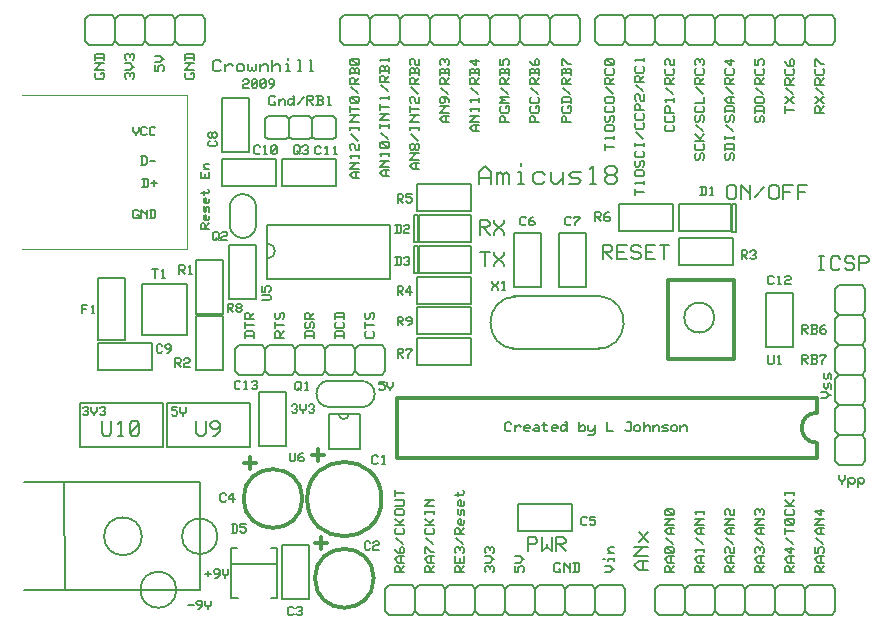
<source format=gbr>
G04 GERBER ASCII OUTPUT FROM: EDWINXP (VER. 1.61 REV. 20080915)*
G04 GERBER FORMAT: RX-274-X*
G04 BOARD: AMICUS_PIC18_MK2*
G04 ARTWORK OF COMP.PRINT POSITIVE*
%ASAXBY*%
%FSLAX23Y23*%
%MIA0B0*%
%MOIN*%
%OFA0.0000B0.0000*%
%SFA1B1*%
%IJA0B0*%
%INLAYER0POS*%
%IOA0B0*%
%IPPOS*%
%IR0*%
G04 APERTURE MACROS*
%AMEDWDONUT*
1,1,$1,$2,$3*
1,0,$4,$2,$3*
%
%AMEDWFRECT*
20,1,$1,$2,$3,$4,$5,$6*
%
%AMEDWORECT*
20,1,$1,$2,$3,$4,$5,$10*
20,1,$1,$4,$5,$6,$7,$10*
20,1,$1,$6,$7,$8,$9,$10*
20,1,$1,$8,$9,$2,$3,$10*
1,1,$1,$2,$3*
1,1,$1,$4,$5*
1,1,$1,$6,$7*
1,1,$1,$8,$9*
%
%AMEDWLINER*
20,1,$1,$2,$3,$4,$5,$6*
1,1,$1,$2,$3*
1,1,$1,$4,$5*
%
%AMEDWFTRNG*
4,1,3,$1,$2,$3,$4,$5,$6,$7,$8,$9*
%
%AMEDWATRNG*
4,1,3,$1,$2,$3,$4,$5,$6,$7,$8,$9*
20,1,$11,$1,$2,$3,$4,$10*
20,1,$11,$3,$4,$5,$6,$10*
20,1,$11,$5,$6,$7,$8,$10*
1,1,$11,$3,$4*
1,1,$11,$5,$6*
1,1,$11,$7,$8*
%
%AMEDWOTRNG*
20,1,$1,$2,$3,$4,$5,$8*
20,1,$1,$4,$5,$6,$7,$8*
20,1,$1,$6,$7,$2,$3,$8*
1,1,$1,$2,$3*
1,1,$1,$4,$5*
1,1,$1,$6,$7*
%
G04*
G04 APERTURE LIST*
%ADD10R,0.08661X0.0700*%
%ADD11R,0.11061X0.0940*%
%ADD12R,0.07874X0.0600*%
%ADD13R,0.10274X0.0840*%
%ADD14R,0.0700X0.0650*%
%ADD15R,0.0940X0.0890*%
%ADD16R,0.0600X0.0550*%
%ADD17R,0.0840X0.0790*%
%ADD18R,0.0250X0.0860*%
%ADD19R,0.0490X0.1100*%
%ADD20R,0.0150X0.0750*%
%ADD21R,0.0390X0.0990*%
%ADD22R,0.0700X0.0700*%
%ADD23R,0.0940X0.0940*%
%ADD24R,0.0600X0.0600*%
%ADD25R,0.0840X0.0840*%
%ADD26R,0.0750X0.0250*%
%ADD27R,0.0990X0.0490*%
%ADD28R,0.0700X0.0200*%
%ADD29R,0.0940X0.0440*%
%ADD30R,0.0570X0.0970*%
%ADD31R,0.0810X0.1210*%
%ADD32R,0.0470X0.0870*%
%ADD33R,0.0710X0.1110*%
%ADD34R,0.1520X0.0970*%
%ADD35R,0.1760X0.1210*%
%ADD36R,0.1420X0.0870*%
%ADD37R,0.1660X0.1110*%
%ADD38R,0.0650X0.0700*%
%ADD39R,0.0890X0.0940*%
%ADD40R,0.0550X0.0600*%
%ADD41R,0.0790X0.0840*%
%ADD42R,0.04724X0.06693*%
%ADD43R,0.07124X0.09093*%
%ADD44R,0.03937X0.05906*%
%ADD45R,0.06337X0.08306*%
%ADD46R,0.0500X0.0580*%
%ADD47R,0.0740X0.0820*%
%ADD48R,0.0400X0.0480*%
%ADD49R,0.0640X0.0720*%
%ADD50R,0.0860X0.0860*%
%ADD51R,0.1100X0.1100*%
%ADD52R,0.06693X0.04724*%
%ADD53R,0.09093X0.07124*%
%ADD54R,0.05906X0.03937*%
%ADD55R,0.08306X0.06337*%
%ADD56R,0.07087X0.06693*%
%ADD57R,0.09487X0.09093*%
%ADD58R,0.06299X0.05906*%
%ADD59R,0.08699X0.08306*%
%ADD60R,0.1100X0.0800*%
%ADD61R,0.1340X0.1040*%
%ADD62R,0.1000X0.0700*%
%ADD63R,0.1240X0.0940*%
%ADD64C,0.00039*%
%ADD66C,0.0010*%
%ADD68C,0.00118*%
%ADD70C,0.0020*%
%ADD71R,0.0020X0.0020*%
%ADD72C,0.0030*%
%ADD73R,0.0030X0.0030*%
%ADD74C,0.00394*%
%ADD76C,0.0040*%
%ADD77R,0.0040X0.0040*%
%ADD78C,0.00472*%
%ADD80C,0.0050*%
%ADD81R,0.0050X0.0050*%
%ADD82C,0.00512*%
%ADD83R,0.00512X0.00512*%
%ADD84C,0.00551*%
%ADD85R,0.00551X0.00551*%
%ADD86C,0.00591*%
%ADD87R,0.00591X0.00591*%
%ADD88C,0.00659*%
%ADD89R,0.00659X0.00659*%
%ADD90C,0.00787*%
%ADD91R,0.00787X0.00787*%
%ADD92C,0.00799*%
%ADD94C,0.0080*%
%ADD96C,0.00984*%
%ADD97R,0.00984X0.00984*%
%ADD98C,0.0100*%
%ADD99R,0.0100X0.0100*%
%ADD100C,0.01181*%
%ADD102C,0.0120*%
%ADD104C,0.0120*%
%ADD106C,0.0130*%
%ADD108C,0.01575*%
%ADD110C,0.0160*%
%ADD111R,0.0160X0.0160*%
%ADD112C,0.01698*%
%ADD113R,0.01698X0.01698*%
%ADD114C,0.01797*%
%ADD115R,0.01797X0.01797*%
%ADD116C,0.01895*%
%ADD117R,0.01895X0.01895*%
%ADD118C,0.01969*%
%ADD119R,0.01969X0.01969*%
%ADD120C,0.01994*%
%ADD121R,0.01994X0.01994*%
%ADD122C,0.0200*%
%ADD124C,0.02092*%
%ADD125R,0.02092X0.02092*%
%ADD126C,0.02191*%
%ADD127R,0.02191X0.02191*%
%ADD128C,0.02289*%
%ADD129R,0.02289X0.02289*%
%ADD130C,0.02362*%
%ADD131R,0.02362X0.02362*%
%ADD132C,0.02387*%
%ADD133R,0.02387X0.02387*%
%ADD134C,0.0240*%
%ADD135R,0.0240X0.0240*%
%ADD136C,0.0240*%
%ADD137R,0.0240X0.0240*%
%ADD138C,0.02486*%
%ADD139R,0.02486X0.02486*%
%ADD140C,0.0250*%
%ADD141R,0.0250X0.0250*%
%ADD142C,0.02584*%
%ADD143R,0.02584X0.02584*%
%ADD144C,0.02683*%
%ADD145R,0.02683X0.02683*%
%ADD146C,0.02781*%
%ADD147R,0.02781X0.02781*%
%ADD148C,0.02794*%
%ADD150C,0.0288*%
%ADD151R,0.0288X0.0288*%
%ADD152C,0.0290*%
%ADD154C,0.02912*%
%ADD155R,0.02912X0.02912*%
%ADD156C,0.02951*%
%ADD157R,0.02951X0.02951*%
%ADD158C,0.02978*%
%ADD159R,0.02978X0.02978*%
%ADD160C,0.02991*%
%ADD161R,0.02991X0.02991*%
%ADD162C,0.0300*%
%ADD163R,0.0300X0.0300*%
%ADD164C,0.03059*%
%ADD165R,0.03059X0.03059*%
%ADD166C,0.03076*%
%ADD167R,0.03076X0.03076*%
%ADD168C,0.03175*%
%ADD169R,0.03175X0.03175*%
%ADD170C,0.03199*%
%ADD171R,0.03199X0.03199*%
%ADD172C,0.0320*%
%ADD173R,0.0320X0.0320*%
%ADD174C,0.03273*%
%ADD175R,0.03273X0.03273*%
%ADD176C,0.03372*%
%ADD177R,0.03372X0.03372*%
%ADD178C,0.0347*%
%ADD179R,0.0347X0.0347*%
%ADD180C,0.0350*%
%ADD181R,0.0350X0.0350*%
%ADD182C,0.03569*%
%ADD183R,0.03569X0.03569*%
%ADD184C,0.03581*%
%ADD186C,0.0360*%
%ADD188C,0.03667*%
%ADD189R,0.03667X0.03667*%
%ADD190C,0.0370*%
%ADD192C,0.03937*%
%ADD193R,0.03937X0.03937*%
%ADD194C,0.03962*%
%ADD195R,0.03962X0.03962*%
%ADD196C,0.03975*%
%ADD198C,0.0400*%
%ADD199R,0.0400X0.0400*%
%ADD200C,0.04061*%
%ADD201R,0.04061X0.04061*%
%ADD202C,0.04159*%
%ADD203R,0.04159X0.04159*%
%ADD204C,0.04173*%
%ADD205R,0.04173X0.04173*%
%ADD206C,0.04356*%
%ADD207R,0.04356X0.04356*%
%ADD208C,0.0440*%
%ADD210C,0.0450*%
%ADD211R,0.0450X0.0450*%
%ADD212C,0.04724*%
%ADD213R,0.04724X0.04724*%
%ADD214C,0.0475*%
%ADD215R,0.0475X0.0475*%
%ADD216C,0.0490*%
%ADD217R,0.0490X0.0490*%
%ADD218C,0.0500*%
%ADD219R,0.0500X0.0500*%
%ADD220C,0.05118*%
%ADD221R,0.05118X0.05118*%
%ADD222C,0.05143*%
%ADD223R,0.05143X0.05143*%
%ADD224C,0.05537*%
%ADD225R,0.05537X0.05537*%
%ADD226C,0.0560*%
%ADD227R,0.0560X0.0560*%
%ADD228C,0.0590*%
%ADD229R,0.0590X0.0590*%
%ADD230C,0.05906*%
%ADD231R,0.05906X0.05906*%
%ADD232C,0.05931*%
%ADD233R,0.05931X0.05931*%
%ADD234C,0.0600*%
%ADD235R,0.0600X0.0600*%
%ADD236C,0.06181*%
%ADD238C,0.0620*%
%ADD240C,0.06201*%
%ADD242C,0.06337*%
%ADD243R,0.06337X0.06337*%
%ADD244C,0.0650*%
%ADD245R,0.0650X0.0650*%
%ADD246C,0.06693*%
%ADD247R,0.06693X0.06693*%
%ADD248C,0.06718*%
%ADD249R,0.06718X0.06718*%
%ADD250C,0.0690*%
%ADD251R,0.0690X0.0690*%
%ADD252C,0.06906*%
%ADD253R,0.06906X0.06906*%
%ADD254C,0.06969*%
%ADD255R,0.06969X0.06969*%
%ADD256C,0.0700*%
%ADD257R,0.0700X0.0700*%
%ADD258C,0.07087*%
%ADD259R,0.07087X0.07087*%
%ADD260C,0.0740*%
%ADD262C,0.0750*%
%ADD263R,0.0750X0.0750*%
%ADD264C,0.07598*%
%ADD266C,0.0760*%
%ADD268C,0.07874*%
%ADD269R,0.07874X0.07874*%
%ADD270C,0.0800*%
%ADD271R,0.0800X0.0800*%
%ADD272C,0.08268*%
%ADD273R,0.08268X0.08268*%
%ADD274C,0.08306*%
%ADD275R,0.08306X0.08306*%
%ADD276C,0.0840*%
%ADD277R,0.0840X0.0840*%
%ADD278C,0.08581*%
%ADD280C,0.08598*%
%ADD282C,0.0860*%
%ADD283R,0.0860X0.0860*%
%ADD284C,0.08601*%
%ADD286C,0.08661*%
%ADD287R,0.08661X0.08661*%
%ADD288C,0.0890*%
%ADD289R,0.0890X0.0890*%
%ADD290C,0.0900*%
%ADD291R,0.0900X0.0900*%
%ADD292C,0.09093*%
%ADD293R,0.09093X0.09093*%
%ADD294C,0.09369*%
%ADD295R,0.09369X0.09369*%
%ADD296C,0.0940*%
%ADD297R,0.0940X0.0940*%
%ADD298C,0.09843*%
%ADD299R,0.09843X0.09843*%
%ADD300C,0.0990*%
%ADD301R,0.0990X0.0990*%
%ADD302C,0.09998*%
%ADD304C,0.1000*%
%ADD306C,0.10274*%
%ADD307R,0.10274X0.10274*%
%ADD308C,0.1040*%
%ADD309R,0.1040X0.1040*%
%ADD310C,0.1063*%
%ADD312C,0.10668*%
%ADD313R,0.10668X0.10668*%
%ADD314C,0.10998*%
%ADD316C,0.1100*%
%ADD317R,0.1100X0.1100*%
%ADD318C,0.11024*%
%ADD320C,0.11061*%
%ADD321R,0.11061X0.11061*%
%ADD322C,0.1120*%
%ADD323R,0.1120X0.1120*%
%ADD324C,0.1140*%
%ADD325R,0.1140X0.1140*%
%ADD326C,0.11417*%
%ADD327R,0.11417X0.11417*%
%ADD328C,0.1150*%
%ADD329R,0.1150X0.1150*%
%ADD330C,0.11811*%
%ADD332C,0.1200*%
%ADD333R,0.1200X0.1200*%
%ADD334C,0.1250*%
%ADD335R,0.1250X0.1250*%
%ADD336C,0.12992*%
%ADD337R,0.12992X0.12992*%
%ADD338C,0.1300*%
%ADD339R,0.1300X0.1300*%
%ADD340C,0.1390*%
%ADD341R,0.1390X0.1390*%
%ADD342C,0.1440*%
%ADD343R,0.1440X0.1440*%
%ADD344C,0.14567*%
%ADD345R,0.14567X0.14567*%
%ADD346C,0.1490*%
%ADD347R,0.1490X0.1490*%
%ADD348C,0.15354*%
%ADD349R,0.15354X0.15354*%
%ADD350C,0.15374*%
%ADD351R,0.15374X0.15374*%
%ADD352C,0.1540*%
%ADD353R,0.1540X0.1540*%
%ADD354C,0.17323*%
%ADD356C,0.17774*%
%ADD357R,0.17774X0.17774*%
%ADD358C,0.18504*%
%ADD360C,0.18898*%
%ADD362C,0.20904*%
%ADD364C,0.2126*%
%ADD366C,0.21298*%
%ADD368C,0.22835*%
%ADD371R,0.23622X0.23622*%
%ADD373R,0.24937X0.24937*%
%ADD375R,0.26022X0.26022*%
%ADD377R,0.27337X0.27337*%
%ADD379R,0.31496X0.31496*%
%ADD381R,0.32811X0.32811*%
%ADD383R,0.33896X0.33896*%
%ADD385R,0.35211X0.35211*%
%ADD386C,0.45211*%
%ADD387R,0.45211X0.45211*%
%ADD388C,0.55211*%
%ADD389R,0.55211X0.55211*%
%ADD390C,0.65211*%
%ADD391R,0.65211X0.65211*%
%ADD392C,0.75211*%
%ADD393R,0.75211X0.75211*%
%ADD394C,0.85211*%
%ADD395R,0.85211X0.85211*%
%ADD396C,0.95211*%
%ADD397R,0.95211X0.95211*%
%ADD398C,1.05211*%
%ADD399R,1.05211X1.05211*%
%ADD400C,1.15211*%
%ADD401R,1.15211X1.15211*%
%ADD402C,1.25211*%
%ADD403R,1.25211X1.25211*%
%ADD404C,1.35211*%
%ADD405R,1.35211X1.35211*%
%ADD406C,1.45211*%
%ADD407R,1.45211X1.45211*%
%ADD408C,1.55211*%
%ADD409R,1.55211X1.55211*%
%ADD410C,1.65211*%
%ADD411R,1.65211X1.65211*%
%ADD412C,1.75211*%
%ADD413R,1.75211X1.75211*%
%ADD414C,1.85211*%
%ADD415R,1.85211X1.85211*%
%ADD416C,1.95211*%
%ADD417R,1.95211X1.95211*%
G04*
D80* 
X208Y1678D02*
X208Y1664D01*
X217Y1654D01*
X217Y1650D01*
X217Y1654D02*
X227Y1664D01*
X227Y1678D01*
X255Y1654D02*
X250Y1650D01*
X241Y1650D01*
X236Y1654D01*
X236Y1673D01*
X241Y1678D01*
X250Y1678D01*
X255Y1673D01*
X283Y1654D02*
X279Y1650D01*
X269Y1650D01*
X265Y1654D01*
X265Y1673D01*
X269Y1678D01*
X279Y1678D01*
X283Y1673D01*
X227Y1398D02*
X222Y1402D01*
X213Y1402D01*
X208Y1398D01*
X208Y1379D01*
X213Y1374D01*
X227Y1374D01*
X227Y1383D01*
X222Y1383D01*
X236Y1374D02*
X236Y1402D01*
X255Y1383D01*
X255Y1402D02*
X255Y1374D01*
X265Y1374D02*
X279Y1374D01*
X283Y1379D01*
X283Y1398D01*
X279Y1402D01*
X265Y1402D01*
X269Y1402D02*
X269Y1374D01*
X235Y1551D02*
X250Y1551D01*
X254Y1556D01*
X254Y1575D01*
X250Y1580D01*
X235Y1580D01*
X240Y1580D02*
X240Y1551D01*
X264Y1565D02*
X283Y1565D01*
X239Y1476D02*
X254Y1476D01*
X258Y1481D01*
X258Y1500D01*
X254Y1505D01*
X239Y1505D01*
X244Y1505D02*
X244Y1476D01*
X268Y1491D02*
X287Y1491D01*
X277Y1500D02*
X277Y1481D01*
D74* 
X389Y1272D02*
X-162Y1272D01*
X389Y1783D02*
X389Y1272D01*
X389Y1783D02*
X-162Y1783D01*
X-162Y1272D01*
D94* 
X1336Y974D02*
X1336Y884D01*
X1156Y884D01*
X1156Y974D01*
X1336Y974D01*
D80* 
X1091Y909D02*
X1091Y938D01*
X1105Y938D01*
X1109Y933D01*
X1109Y928D01*
X1105Y924D01*
X1091Y924D01*
X1095Y924D02*
X1109Y909D01*
X1124Y909D02*
X1124Y919D01*
X1138Y933D01*
X1138Y938D01*
X1119Y938D01*
X1119Y933D01*
G75*
G01X490Y313D02*
G03X490Y313I-59J0D01*
G01*
G75*
G01X238Y313D02*
G03X238Y313I-63J0D01*
G01*
G75*
G01X353Y135D02*
G03X353Y135I-60J0D01*
G01*
X431Y135D02*
X431Y495D01*
X-156Y495D01*
X-156Y135D01*
X431Y135D01*
X-19Y137D02*
X-22Y490D01*
D94* 
X1065Y1352D02*
X655Y1352D01*
X655Y1171D01*
X1065Y1171D01*
X1065Y1352D01*
G75*
G01X657Y1239D02*
G03X657Y1289I0J25D01*
G01*
D80* 
X639Y1100D02*
X663Y1100D01*
X668Y1105D01*
X668Y1114D01*
X663Y1119D01*
X639Y1119D01*
X663Y1128D02*
X668Y1133D01*
X668Y1143D01*
X663Y1147D01*
X654Y1147D01*
X649Y1143D01*
X649Y1128D01*
X639Y1128D01*
X639Y1147D01*
D106*
X2488Y725D02*
X2488Y775D01*
X1088Y775D01*
X1088Y575D01*
X2488Y575D01*
X2488Y625D01*
G75*
G01X2488Y725D02*
G03X2488Y625I0J-50D01*
G01*
D80* 
X2325Y916D02*
X2325Y892D01*
X2330Y888D01*
X2339Y888D01*
X2344Y892D01*
X2344Y916D01*
X2358Y888D02*
X2368Y888D01*
X2363Y888D02*
X2363Y916D01*
X2358Y911D01*
X2638Y550D02*
X2563Y550D01*
X2550Y563D02*
X2550Y638D01*
X2563Y650D02*
X2638Y650D01*
X2650Y563D02*
X2650Y638D01*
X2638Y650D01*
X2563Y650D02*
X2550Y638D01*
X2550Y563D02*
X2563Y550D01*
X2638Y550D02*
X2650Y563D01*
X2563Y750D02*
X2638Y750D01*
X2563Y850D02*
X2638Y850D01*
X2563Y950D02*
X2638Y950D01*
X2563Y1050D02*
X2638Y1050D01*
X2563Y1150D02*
X2638Y1150D01*
X2550Y663D02*
X2550Y738D01*
X2550Y763D02*
X2550Y838D01*
X2650Y763D02*
X2650Y838D01*
X2650Y663D02*
X2650Y738D01*
X2650Y863D02*
X2650Y938D01*
X2550Y863D02*
X2550Y938D01*
X2550Y963D02*
X2550Y1038D01*
X2650Y963D02*
X2650Y1038D01*
X2650Y1063D02*
X2650Y1138D01*
X2550Y1063D02*
X2550Y1138D01*
X2550Y663D02*
X2563Y650D01*
X2550Y763D02*
X2563Y750D01*
X2550Y863D02*
X2563Y850D01*
X2550Y963D02*
X2563Y950D01*
X2638Y850D02*
X2650Y838D01*
X2638Y750D02*
X2650Y738D01*
X2638Y950D02*
X2650Y938D01*
X2638Y1050D02*
X2650Y1038D01*
X2550Y1063D02*
X2563Y1050D01*
X2638Y1150D02*
X2650Y1138D01*
X2550Y1138D02*
X2563Y1150D01*
X2638Y1050D02*
X2650Y1063D01*
X2550Y1038D02*
X2563Y1050D01*
X2638Y950D02*
X2650Y963D01*
X2550Y938D02*
X2563Y950D01*
X2550Y838D02*
X2563Y850D01*
X2638Y850D02*
X2650Y863D01*
X2638Y750D02*
X2650Y763D01*
X2550Y738D02*
X2563Y750D01*
X2638Y650D02*
X2650Y663D01*
X1950Y63D02*
X1950Y138D01*
X1963Y150D02*
X2038Y150D01*
X2050Y138D02*
X2050Y63D01*
X1963Y50D02*
X2038Y50D01*
X2050Y63D01*
X2050Y138D02*
X2038Y150D01*
X1963Y150D02*
X1950Y138D01*
X1950Y63D02*
X1963Y50D01*
X2150Y138D02*
X2150Y63D01*
X2250Y138D02*
X2250Y63D01*
X2350Y138D02*
X2350Y63D01*
X2450Y138D02*
X2450Y63D01*
X2550Y138D02*
X2550Y63D01*
X2063Y150D02*
X2138Y150D01*
X2163Y150D02*
X2238Y150D01*
X2163Y50D02*
X2238Y50D01*
X2063Y50D02*
X2138Y50D01*
X2263Y50D02*
X2338Y50D01*
X2263Y150D02*
X2338Y150D01*
X2363Y150D02*
X2438Y150D01*
X2363Y50D02*
X2438Y50D01*
X2463Y50D02*
X2538Y50D01*
X2463Y150D02*
X2538Y150D01*
X2063Y150D02*
X2050Y138D01*
X2163Y150D02*
X2150Y138D01*
X2263Y150D02*
X2250Y138D01*
X2363Y150D02*
X2350Y138D01*
X2250Y63D02*
X2238Y50D01*
X2150Y63D02*
X2138Y50D01*
X2350Y63D02*
X2338Y50D01*
X2450Y63D02*
X2438Y50D01*
X2463Y150D02*
X2450Y138D01*
X2550Y63D02*
X2538Y50D01*
X2538Y150D02*
X2550Y138D01*
X2450Y63D02*
X2463Y50D01*
X2438Y150D02*
X2450Y138D01*
X2350Y63D02*
X2363Y50D01*
X2338Y150D02*
X2350Y138D01*
X2238Y150D02*
X2250Y138D01*
X2250Y63D02*
X2263Y50D01*
X2150Y63D02*
X2163Y50D01*
X2138Y150D02*
X2150Y138D01*
X2050Y63D02*
X2063Y50D01*
X900Y1963D02*
X900Y2038D01*
X913Y2050D02*
X988Y2050D01*
X1000Y2038D02*
X1000Y1963D01*
X913Y1950D02*
X988Y1950D01*
X1000Y1963D01*
X1000Y2038D02*
X988Y2050D01*
X913Y2050D02*
X900Y2038D01*
X900Y1963D02*
X913Y1950D01*
X1100Y2038D02*
X1100Y1963D01*
X1200Y2038D02*
X1200Y1963D01*
X1300Y2038D02*
X1300Y1963D01*
X1400Y2038D02*
X1400Y1963D01*
X1500Y2038D02*
X1500Y1963D01*
X1600Y2038D02*
X1600Y1963D01*
X1700Y2038D02*
X1700Y1963D01*
X1013Y2050D02*
X1088Y2050D01*
X1113Y2050D02*
X1188Y2050D01*
X1113Y1950D02*
X1188Y1950D01*
X1013Y1950D02*
X1088Y1950D01*
X1213Y1950D02*
X1288Y1950D01*
X1213Y2050D02*
X1288Y2050D01*
X1313Y2050D02*
X1388Y2050D01*
X1313Y1950D02*
X1388Y1950D01*
X1413Y1950D02*
X1488Y1950D01*
X1413Y2050D02*
X1488Y2050D01*
X1513Y2050D02*
X1588Y2050D01*
X1513Y1950D02*
X1588Y1950D01*
X1613Y1950D02*
X1688Y1950D01*
X1613Y2050D02*
X1688Y2050D01*
X1013Y2050D02*
X1000Y2038D01*
X1113Y2050D02*
X1100Y2038D01*
X1213Y2050D02*
X1200Y2038D01*
X1313Y2050D02*
X1300Y2038D01*
X1200Y1963D02*
X1188Y1950D01*
X1100Y1963D02*
X1088Y1950D01*
X1300Y1963D02*
X1288Y1950D01*
X1400Y1963D02*
X1388Y1950D01*
X1413Y2050D02*
X1400Y2038D01*
X1500Y1963D02*
X1488Y1950D01*
X1513Y2050D02*
X1500Y2038D01*
X1613Y2050D02*
X1600Y2038D01*
X1700Y1963D02*
X1688Y1950D01*
X1600Y1963D02*
X1588Y1950D01*
X1588Y2050D02*
X1600Y2038D01*
X1600Y1963D02*
X1613Y1950D01*
X1688Y2050D02*
X1700Y2038D01*
X1488Y2050D02*
X1500Y2038D01*
X1500Y1963D02*
X1513Y1950D01*
X1400Y1963D02*
X1413Y1950D01*
X1388Y2050D02*
X1400Y2038D01*
X1300Y1963D02*
X1313Y1950D01*
X1288Y2050D02*
X1300Y2038D01*
X1188Y2050D02*
X1200Y2038D01*
X1200Y1963D02*
X1213Y1950D01*
X1100Y1963D02*
X1113Y1950D01*
X1088Y2050D02*
X1100Y2038D01*
X1000Y1963D02*
X1013Y1950D01*
X1250Y63D02*
X1250Y138D01*
X1263Y150D02*
X1338Y150D01*
X1350Y138D02*
X1350Y63D01*
X1263Y50D02*
X1338Y50D01*
X1350Y63D01*
X1350Y138D02*
X1338Y150D01*
X1263Y150D02*
X1250Y138D01*
X1250Y63D02*
X1263Y50D01*
X1450Y138D02*
X1450Y63D01*
X1550Y138D02*
X1550Y63D01*
X1650Y138D02*
X1650Y63D01*
X1750Y138D02*
X1750Y63D01*
X1850Y138D02*
X1850Y63D01*
X1363Y150D02*
X1438Y150D01*
X1463Y150D02*
X1538Y150D01*
X1463Y50D02*
X1538Y50D01*
X1363Y50D02*
X1438Y50D01*
X1563Y50D02*
X1638Y50D01*
X1563Y150D02*
X1638Y150D01*
X1663Y150D02*
X1738Y150D01*
X1663Y50D02*
X1738Y50D01*
X1763Y50D02*
X1838Y50D01*
X1763Y150D02*
X1838Y150D01*
X1363Y150D02*
X1350Y138D01*
X1463Y150D02*
X1450Y138D01*
X1563Y150D02*
X1550Y138D01*
X1663Y150D02*
X1650Y138D01*
X1550Y63D02*
X1538Y50D01*
X1450Y63D02*
X1438Y50D01*
X1650Y63D02*
X1638Y50D01*
X1750Y63D02*
X1738Y50D01*
X1763Y150D02*
X1750Y138D01*
X1850Y63D02*
X1838Y50D01*
X1838Y150D02*
X1850Y138D01*
X1750Y63D02*
X1763Y50D01*
X1738Y150D02*
X1750Y138D01*
X1650Y63D02*
X1663Y50D01*
X1638Y150D02*
X1650Y138D01*
X1538Y150D02*
X1550Y138D01*
X1550Y63D02*
X1563Y50D01*
X1450Y63D02*
X1463Y50D01*
X1438Y150D02*
X1450Y138D01*
X1350Y63D02*
X1363Y50D01*
X1750Y1963D02*
X1750Y2038D01*
X1763Y2050D02*
X1838Y2050D01*
X1850Y2038D02*
X1850Y1963D01*
X1763Y1950D02*
X1838Y1950D01*
X1850Y1963D01*
X1850Y2038D02*
X1838Y2050D01*
X1763Y2050D02*
X1750Y2038D01*
X1750Y1963D02*
X1763Y1950D01*
X1950Y2038D02*
X1950Y1963D01*
X2050Y2038D02*
X2050Y1963D01*
X2150Y2038D02*
X2150Y1963D01*
X2250Y2038D02*
X2250Y1963D01*
X2350Y2038D02*
X2350Y1963D01*
X2450Y2038D02*
X2450Y1963D01*
X2550Y2038D02*
X2550Y1963D01*
X1863Y2050D02*
X1938Y2050D01*
X1963Y2050D02*
X2038Y2050D01*
X1963Y1950D02*
X2038Y1950D01*
X1863Y1950D02*
X1938Y1950D01*
X2063Y1950D02*
X2138Y1950D01*
X2063Y2050D02*
X2138Y2050D01*
X2163Y2050D02*
X2238Y2050D01*
X2163Y1950D02*
X2238Y1950D01*
X2263Y1950D02*
X2338Y1950D01*
X2263Y2050D02*
X2338Y2050D01*
X2363Y2050D02*
X2438Y2050D01*
X2363Y1950D02*
X2438Y1950D01*
X2463Y1950D02*
X2538Y1950D01*
X2463Y2050D02*
X2538Y2050D01*
X1863Y2050D02*
X1850Y2038D01*
X1963Y2050D02*
X1950Y2038D01*
X2063Y2050D02*
X2050Y2038D01*
X2163Y2050D02*
X2150Y2038D01*
X2050Y1963D02*
X2038Y1950D01*
X1950Y1963D02*
X1938Y1950D01*
X2150Y1963D02*
X2138Y1950D01*
X2250Y1963D02*
X2238Y1950D01*
X2263Y2050D02*
X2250Y2038D01*
X2350Y1963D02*
X2338Y1950D01*
X2363Y2050D02*
X2350Y2038D01*
X2463Y2050D02*
X2450Y2038D01*
X2550Y1963D02*
X2538Y1950D01*
X2450Y1963D02*
X2438Y1950D01*
X2438Y2050D02*
X2450Y2038D01*
X2450Y1963D02*
X2463Y1950D01*
X2538Y2050D02*
X2550Y2038D01*
X2338Y2050D02*
X2350Y2038D01*
X2350Y1963D02*
X2363Y1950D01*
X2250Y1963D02*
X2263Y1950D01*
X2238Y2050D02*
X2250Y2038D01*
X2150Y1963D02*
X2163Y1950D01*
X2138Y2050D02*
X2150Y2038D01*
X2038Y2050D02*
X2050Y2038D01*
X2050Y1963D02*
X2063Y1950D01*
X1950Y1963D02*
X1963Y1950D01*
X1938Y2050D02*
X1950Y2038D01*
X1850Y1963D02*
X1863Y1950D01*
X1763Y1113D02*
X1475Y1113D01*
X1763Y938D02*
X1475Y938D01*
G75*
G01X1750Y938D02*
G03X1763Y1113I6J88D01*
G01*
G75*
G01X1488Y1113D02*
G03X1488Y937I0J-88D01*
G01*
D86* 
X1406Y1135D02*
X1406Y1140D01*
X1425Y1159D01*
X1425Y1164D01*
X1406Y1164D02*
X1406Y1159D01*
X1425Y1140D01*
X1425Y1135D01*
X1439Y1135D02*
X1449Y1135D01*
X1444Y1135D02*
X1444Y1164D01*
X1439Y1159D01*
D80* 
G75*
G01X893Y722D02*
G03X929Y722I18J0D01*
G01*
X965Y604D02*
X862Y604D01*
X965Y722D02*
X965Y604D01*
X862Y722D02*
X862Y604D01*
X965Y722D02*
X862Y722D01*
X731Y591D02*
X731Y567D01*
X736Y563D01*
X745Y563D01*
X750Y567D01*
X750Y591D01*
X760Y572D02*
X764Y577D01*
X774Y577D01*
X778Y572D01*
X778Y567D01*
X774Y563D01*
X764Y563D01*
X760Y567D01*
X760Y581D01*
X769Y591D01*
X774Y591D01*
D94* 
X1336Y1076D02*
X1336Y986D01*
X1156Y986D01*
X1156Y1076D01*
X1336Y1076D01*
D80* 
X1091Y1016D02*
X1091Y1044D01*
X1105Y1044D01*
X1109Y1039D01*
X1109Y1035D01*
X1105Y1030D01*
X1091Y1030D01*
X1095Y1030D02*
X1109Y1016D01*
X1124Y1016D02*
X1128Y1016D01*
X1138Y1025D01*
X1138Y1039D01*
X1133Y1044D01*
X1124Y1044D01*
X1119Y1039D01*
X1119Y1035D01*
X1124Y1030D01*
X1133Y1030D01*
X1138Y1035D01*
D94* 
X598Y610D02*
X598Y757D01*
X322Y757D01*
X322Y610D01*
X598Y610D01*
D86* 
X419Y696D02*
X419Y656D01*
X427Y649D01*
X443Y649D01*
X451Y656D01*
X451Y696D01*
X474Y649D02*
X482Y649D01*
X498Y664D01*
X498Y688D01*
X490Y696D01*
X474Y696D01*
X466Y688D01*
X466Y680D01*
X474Y672D01*
X490Y672D01*
X498Y680D01*
D106*
G75*
G01X1037Y437D02*
G03X1037Y437I-124J0D01*
G01*
X824Y604D02*
X824Y564D01*
X844Y584D02*
X804Y584D01*
D80* 
X1025Y559D02*
X1020Y555D01*
X1011Y555D01*
X1006Y559D01*
X1006Y578D01*
X1011Y583D01*
X1020Y583D01*
X1025Y578D01*
X1039Y555D02*
X1049Y555D01*
X1044Y555D02*
X1044Y583D01*
X1039Y578D01*
D106*
G75*
G01X773Y439D02*
G03X773Y439I-98J0D01*
G01*
X597Y577D02*
X597Y537D01*
X617Y557D02*
X577Y557D01*
D80* 
X519Y433D02*
X514Y429D01*
X505Y429D01*
X500Y433D01*
X500Y452D01*
X505Y457D01*
X514Y457D01*
X519Y452D01*
X547Y438D02*
X528Y438D01*
X528Y443D01*
X543Y457D01*
X543Y429D01*
D106*
G75*
G01X1011Y173D02*
G03X1011Y173I-98J0D01*
G01*
X834Y311D02*
X834Y271D01*
X854Y291D02*
X814Y291D01*
D80* 
X1000Y273D02*
X995Y269D01*
X986Y269D01*
X981Y273D01*
X981Y292D01*
X986Y297D01*
X995Y297D01*
X1000Y292D01*
X1010Y292D02*
X1014Y297D01*
X1024Y297D01*
X1028Y292D01*
X1028Y288D01*
X1024Y283D01*
X1014Y283D01*
X1010Y278D01*
X1010Y269D01*
X1028Y269D01*
D94* 
X2008Y1420D02*
X2008Y1330D01*
X1828Y1330D01*
X1828Y1420D01*
X2008Y1420D01*
D80* 
X1750Y1363D02*
X1750Y1393D01*
X1765Y1393D01*
X1770Y1388D01*
X1770Y1383D01*
X1765Y1378D01*
X1750Y1378D01*
X1755Y1378D02*
X1770Y1363D01*
X1780Y1373D02*
X1785Y1378D01*
X1795Y1378D01*
X1800Y1373D01*
X1800Y1368D01*
X1795Y1363D01*
X1785Y1363D01*
X1780Y1368D01*
X1780Y1383D01*
X1790Y1393D01*
X1795Y1393D01*
D94* 
X1336Y1486D02*
X1336Y1396D01*
X1156Y1396D01*
X1156Y1486D01*
X1336Y1486D01*
D80* 
X1091Y1425D02*
X1091Y1454D01*
X1105Y1454D01*
X1109Y1449D01*
X1109Y1444D01*
X1105Y1439D01*
X1091Y1439D01*
X1095Y1439D02*
X1109Y1425D01*
X1119Y1430D02*
X1124Y1425D01*
X1133Y1425D01*
X1138Y1430D01*
X1138Y1439D01*
X1133Y1444D01*
X1119Y1444D01*
X1119Y1454D01*
X1138Y1454D01*
D94* 
X1336Y1179D02*
X1336Y1089D01*
X1156Y1089D01*
X1156Y1179D01*
X1336Y1179D01*
D80* 
X1091Y1118D02*
X1091Y1146D01*
X1105Y1146D01*
X1109Y1142D01*
X1109Y1137D01*
X1105Y1132D01*
X1091Y1132D01*
X1095Y1132D02*
X1109Y1118D01*
X1138Y1128D02*
X1119Y1128D01*
X1119Y1132D01*
X1133Y1146D01*
X1133Y1118D01*
D94* 
X2208Y1308D02*
X2208Y1218D01*
X2028Y1218D01*
X2028Y1308D01*
X2208Y1308D01*
D80* 
X2238Y1238D02*
X2238Y1266D01*
X2252Y1266D01*
X2256Y1261D01*
X2256Y1256D01*
X2252Y1252D01*
X2238Y1252D01*
X2242Y1252D02*
X2256Y1238D01*
X2266Y1261D02*
X2271Y1266D01*
X2280Y1266D01*
X2285Y1261D01*
X2285Y1256D01*
X2280Y1252D01*
X2275Y1252D01*
X2280Y1252D02*
X2285Y1247D01*
X2285Y1242D01*
X2280Y1238D01*
X2271Y1238D01*
X2266Y1242D01*
D94* 
X418Y1048D02*
X508Y1048D01*
X508Y868D01*
X418Y868D01*
X418Y1048D01*
D80* 
X350Y878D02*
X350Y906D01*
X364Y906D01*
X369Y901D01*
X369Y896D01*
X364Y892D01*
X350Y892D01*
X355Y892D02*
X369Y878D01*
X378Y901D02*
X383Y906D01*
X393Y906D01*
X397Y901D01*
X397Y896D01*
X393Y892D01*
X383Y892D01*
X378Y887D01*
X378Y878D01*
X397Y878D01*
D94* 
X1336Y1191D02*
X1336Y1282D01*
X1161Y1282D01*
X1161Y1191D01*
X1336Y1191D01*
D92* 
X1158Y1282D02*
X1158Y1191D01*
X1145Y1191D01*
X1145Y1282D01*
X1158Y1282D01*
D80* 
X1083Y1217D02*
X1097Y1217D01*
X1102Y1221D01*
X1102Y1240D01*
X1097Y1245D01*
X1083Y1245D01*
X1088Y1245D02*
X1088Y1217D01*
X1112Y1240D02*
X1116Y1245D01*
X1126Y1245D01*
X1130Y1240D01*
X1130Y1235D01*
X1126Y1231D01*
X1121Y1231D01*
X1126Y1231D02*
X1130Y1226D01*
X1130Y1221D01*
X1126Y1217D01*
X1116Y1217D01*
X1112Y1221D01*
D94* 
X1336Y1294D02*
X1336Y1384D01*
X1161Y1384D01*
X1161Y1294D01*
X1336Y1294D01*
D92* 
X1158Y1384D02*
X1158Y1294D01*
X1145Y1294D01*
X1145Y1384D01*
X1158Y1384D01*
D80* 
X1083Y1323D02*
X1097Y1323D01*
X1102Y1328D01*
X1102Y1346D01*
X1097Y1351D01*
X1083Y1351D01*
X1088Y1351D02*
X1088Y1323D01*
X1112Y1346D02*
X1116Y1351D01*
X1126Y1351D01*
X1130Y1346D01*
X1130Y1342D01*
X1126Y1337D01*
X1116Y1337D01*
X1112Y1332D01*
X1112Y1323D01*
X1130Y1323D01*
D94* 
X2028Y1420D02*
X2028Y1330D01*
X2203Y1330D01*
X2203Y1420D01*
X2028Y1420D01*
D92* 
X2206Y1329D02*
X2206Y1420D01*
X2219Y1420D01*
X2219Y1329D01*
X2206Y1329D01*
D80* 
X2100Y1450D02*
X2114Y1450D01*
X2119Y1455D01*
X2119Y1474D01*
X2114Y1478D01*
X2100Y1478D01*
X2105Y1478D02*
X2105Y1450D01*
X2133Y1450D02*
X2143Y1450D01*
X2138Y1450D02*
X2138Y1478D01*
X2133Y1474D01*
D106*
X2212Y1169D02*
X2212Y905D01*
X1991Y905D01*
X1991Y1169D01*
X2212Y1169D01*
D80* 
G75*
G01X2146Y1042D02*
G03X2146Y1042I-50J0D01*
G01*
D94* 
G75*
G01X863Y832D02*
G03X864Y743I1J-44D01*
G01*
G75*
G01X971Y743D02*
G03X969Y832I-1J44D01*
G01*
X863Y832D02*
X976Y832D01*
X858Y743D02*
X971Y743D01*
D80* 
X750Y805D02*
X750Y824D01*
X755Y828D01*
X764Y828D01*
X769Y824D01*
X769Y809D01*
X759Y800D01*
X755Y800D01*
X750Y805D01*
X759Y809D02*
X769Y800D01*
X783Y800D02*
X793Y800D01*
X788Y800D02*
X788Y828D01*
X783Y824D01*
D94* 
X238Y985D02*
X238Y1155D01*
X388Y1155D01*
X388Y985D01*
X238Y985D01*
D80* 
X282Y1175D02*
X282Y1203D01*
X273Y1203D02*
X291Y1203D01*
X306Y1175D02*
X315Y1175D01*
X310Y1175D02*
X310Y1203D01*
X306Y1198D01*
X1050Y138D02*
X1050Y63D01*
X1150Y63D02*
X1150Y138D01*
X1250Y63D02*
X1250Y138D01*
X1238Y50D02*
X1163Y50D01*
X1238Y150D02*
X1163Y150D01*
X1138Y150D02*
X1063Y150D01*
X1138Y50D02*
X1063Y50D01*
X1050Y63D01*
X1163Y50D02*
X1150Y63D01*
X1150Y138D02*
X1138Y150D01*
X1250Y138D02*
X1238Y150D01*
X1250Y63D02*
X1238Y50D01*
X1150Y63D02*
X1138Y50D01*
X1163Y150D02*
X1150Y138D01*
X1063Y150D02*
X1050Y138D01*
D94* 
X308Y610D02*
X308Y757D01*
X32Y757D01*
X32Y610D01*
X308Y610D01*
D86* 
X104Y696D02*
X104Y656D01*
X112Y649D01*
X127Y649D01*
X135Y656D01*
X135Y696D01*
X159Y649D02*
X175Y649D01*
X167Y649D02*
X167Y696D01*
X159Y688D01*
X198Y656D02*
X198Y688D01*
X206Y696D01*
X222Y696D01*
X230Y688D01*
X230Y656D01*
X222Y649D01*
X206Y649D01*
X198Y656D01*
X230Y688D01*
D94* 
X2318Y1123D02*
X2408Y1123D01*
X2408Y943D01*
X2318Y943D01*
X2318Y1123D01*
D80* 
X2344Y1157D02*
X2339Y1153D01*
X2330Y1153D01*
X2325Y1157D01*
X2325Y1176D01*
X2330Y1181D01*
X2339Y1181D01*
X2344Y1176D01*
X2358Y1153D02*
X2368Y1153D01*
X2363Y1153D02*
X2363Y1181D01*
X2358Y1176D01*
X2382Y1176D02*
X2386Y1181D01*
X2396Y1181D01*
X2401Y1176D01*
X2401Y1171D01*
X2396Y1167D01*
X2386Y1167D01*
X2382Y1162D01*
X2382Y1153D01*
X2401Y1153D01*
D94* 
X885Y1570D02*
X885Y1480D01*
X705Y1480D01*
X705Y1570D01*
X885Y1570D01*
D80* 
X835Y1590D02*
X830Y1586D01*
X821Y1586D01*
X816Y1590D01*
X816Y1609D01*
X821Y1614D01*
X830Y1614D01*
X835Y1609D01*
X849Y1586D02*
X858Y1586D01*
X854Y1586D02*
X854Y1614D01*
X849Y1609D01*
X877Y1586D02*
X887Y1586D01*
X882Y1586D02*
X882Y1614D01*
X877Y1609D01*
D94* 
X505Y1480D02*
X505Y1570D01*
X685Y1570D01*
X685Y1480D01*
X505Y1480D01*
D80* 
X631Y1592D02*
X627Y1588D01*
X617Y1588D01*
X613Y1592D01*
X613Y1611D01*
X617Y1616D01*
X627Y1616D01*
X631Y1611D01*
X646Y1588D02*
X655Y1588D01*
X650Y1588D02*
X650Y1616D01*
X646Y1611D01*
X669Y1592D02*
X669Y1611D01*
X674Y1616D01*
X683Y1616D01*
X688Y1611D01*
X688Y1592D01*
X683Y1588D01*
X674Y1588D01*
X669Y1592D01*
X688Y1611D01*
D94* 
X93Y868D02*
X93Y958D01*
X273Y958D01*
X273Y868D01*
X93Y868D01*
D80* 
X306Y930D02*
X302Y925D01*
X292Y925D01*
X288Y930D01*
X288Y949D01*
X292Y953D01*
X302Y953D01*
X306Y949D01*
X321Y925D02*
X325Y925D01*
X335Y934D01*
X335Y949D01*
X330Y953D01*
X321Y953D01*
X316Y949D01*
X316Y944D01*
X321Y939D01*
X330Y939D01*
X335Y944D01*
D94* 
X595Y1593D02*
X505Y1593D01*
X505Y1773D01*
X595Y1773D01*
X595Y1593D01*
D80* 
X483Y1631D02*
X488Y1627D01*
X488Y1617D01*
X483Y1613D01*
X464Y1613D01*
X459Y1617D01*
X459Y1627D01*
X464Y1631D01*
X483Y1641D02*
X478Y1641D01*
X473Y1646D01*
X473Y1655D01*
X469Y1660D01*
X464Y1660D01*
X459Y1655D01*
X459Y1646D01*
X464Y1641D01*
X469Y1641D01*
X473Y1646D01*
X473Y1655D02*
X478Y1660D01*
X483Y1660D01*
X488Y1655D01*
X488Y1646D01*
X483Y1641D01*
D94* 
X1720Y1143D02*
X1630Y1143D01*
X1630Y1323D01*
X1720Y1323D01*
X1720Y1143D01*
D80* 
X1669Y1355D02*
X1664Y1350D01*
X1655Y1350D01*
X1650Y1355D01*
X1650Y1374D01*
X1655Y1378D01*
X1664Y1378D01*
X1669Y1374D01*
X1683Y1350D02*
X1683Y1359D01*
X1697Y1374D01*
X1697Y1378D01*
X1678Y1378D01*
X1678Y1374D01*
D94* 
X1570Y1143D02*
X1480Y1143D01*
X1480Y1323D01*
X1570Y1323D01*
X1570Y1143D01*
D80* 
X1519Y1355D02*
X1514Y1350D01*
X1505Y1350D01*
X1500Y1355D01*
X1500Y1374D01*
X1505Y1378D01*
X1514Y1378D01*
X1519Y1374D01*
X1528Y1359D02*
X1533Y1364D01*
X1543Y1364D01*
X1547Y1359D01*
X1547Y1355D01*
X1543Y1350D01*
X1533Y1350D01*
X1528Y1355D01*
X1528Y1369D01*
X1538Y1378D01*
X1543Y1378D01*
D94* 
X1673Y420D02*
X1673Y330D01*
X1493Y330D01*
X1493Y420D01*
X1673Y420D01*
D80* 
X1721Y355D02*
X1717Y350D01*
X1707Y350D01*
X1703Y355D01*
X1703Y374D01*
X1707Y378D01*
X1717Y378D01*
X1721Y374D01*
X1731Y355D02*
X1736Y350D01*
X1745Y350D01*
X1750Y355D01*
X1750Y364D01*
X1745Y369D01*
X1731Y369D01*
X1731Y378D01*
X1750Y378D01*
D94* 
X705Y283D02*
X795Y283D01*
X795Y103D01*
X705Y103D01*
X705Y283D01*
D80* 
X744Y55D02*
X739Y50D01*
X730Y50D01*
X725Y55D01*
X725Y74D01*
X730Y78D01*
X739Y78D01*
X744Y74D01*
X753Y74D02*
X758Y78D01*
X768Y78D01*
X772Y74D01*
X772Y69D01*
X768Y64D01*
X763Y64D01*
X768Y64D02*
X772Y59D01*
X772Y55D01*
X768Y50D01*
X758Y50D01*
X753Y55D01*
X550Y863D02*
X550Y938D01*
X563Y950D02*
X638Y950D01*
X650Y938D02*
X650Y863D01*
X563Y850D02*
X638Y850D01*
X650Y863D01*
X650Y938D02*
X638Y950D01*
X563Y950D02*
X550Y938D01*
X550Y863D02*
X563Y850D01*
X750Y938D02*
X750Y863D01*
X850Y938D02*
X850Y863D01*
X950Y938D02*
X950Y863D01*
X1050Y938D02*
X1050Y863D01*
X663Y950D02*
X738Y950D01*
X763Y950D02*
X838Y950D01*
X763Y850D02*
X838Y850D01*
X663Y850D02*
X738Y850D01*
X863Y850D02*
X938Y850D01*
X863Y950D02*
X938Y950D01*
X963Y950D02*
X1038Y950D01*
X963Y850D02*
X1038Y850D01*
X663Y950D02*
X650Y938D01*
X763Y950D02*
X750Y938D01*
X863Y950D02*
X850Y938D01*
X963Y950D02*
X950Y938D01*
X850Y863D02*
X838Y850D01*
X750Y863D02*
X738Y850D01*
X950Y863D02*
X938Y850D01*
X1050Y863D02*
X1038Y850D01*
X1038Y950D02*
X1050Y938D01*
X950Y863D02*
X963Y850D01*
X938Y950D02*
X950Y938D01*
X838Y950D02*
X850Y938D01*
X850Y863D02*
X863Y850D01*
X750Y863D02*
X763Y850D01*
X738Y950D02*
X750Y938D01*
X650Y863D02*
X663Y850D01*
D94* 
G75*
G01X531Y1350D02*
G03X619Y1352I44J1D01*
G01*
G75*
G01X619Y1411D02*
G03X531Y1409I-44J-1D01*
G01*
X531Y1350D02*
X531Y1414D01*
X619Y1345D02*
X619Y1414D01*
D80* 
X475Y1305D02*
X475Y1324D01*
X480Y1328D01*
X489Y1328D01*
X494Y1324D01*
X494Y1309D01*
X484Y1300D01*
X480Y1300D01*
X475Y1305D01*
X484Y1309D02*
X494Y1300D01*
X503Y1324D02*
X508Y1328D01*
X518Y1328D01*
X522Y1324D01*
X522Y1319D01*
X518Y1314D01*
X508Y1314D01*
X503Y1309D01*
X503Y1300D01*
X522Y1300D01*
D94* 
X508Y1055D02*
X418Y1055D01*
X418Y1235D01*
X508Y1235D01*
X508Y1055D01*
D80* 
X363Y1188D02*
X363Y1216D01*
X377Y1216D01*
X381Y1211D01*
X381Y1206D01*
X377Y1202D01*
X363Y1202D01*
X367Y1202D02*
X381Y1188D01*
X396Y1188D02*
X405Y1188D01*
X400Y1188D02*
X400Y1216D01*
X396Y1211D01*
D94* 
X93Y968D02*
X182Y968D01*
X182Y1175D01*
X93Y1175D01*
X93Y968D01*
D80* 
X38Y1056D02*
X38Y1084D01*
X56Y1084D01*
X38Y1070D02*
X52Y1070D01*
X71Y1056D02*
X80Y1056D01*
X75Y1056D02*
X75Y1084D01*
X71Y1079D01*
D94* 
X620Y1103D02*
X530Y1103D01*
X530Y1283D01*
X620Y1283D01*
X620Y1103D01*
D80* 
X524Y1061D02*
X524Y1089D01*
X538Y1089D01*
X543Y1085D01*
X543Y1080D01*
X538Y1075D01*
X524Y1075D01*
X529Y1075D02*
X543Y1061D01*
X552Y1066D02*
X552Y1070D01*
X557Y1075D01*
X566Y1075D01*
X571Y1080D01*
X571Y1085D01*
X566Y1089D01*
X557Y1089D01*
X552Y1085D01*
X552Y1080D01*
X557Y1075D01*
X566Y1075D02*
X571Y1070D01*
X571Y1066D01*
X566Y1061D01*
X557Y1061D01*
X552Y1066D01*
X884Y1705D02*
X884Y1645D01*
X875Y1636D02*
X815Y1636D01*
X806Y1645D02*
X806Y1705D01*
X875Y1714D02*
X815Y1714D01*
X806Y1705D01*
X806Y1645D02*
X815Y1636D01*
X884Y1645D02*
X875Y1636D01*
X884Y1705D02*
X875Y1714D01*
X727Y1705D02*
X727Y1645D01*
X648Y1705D02*
X648Y1645D01*
X796Y1636D02*
X737Y1636D01*
X717Y1636D02*
X658Y1636D01*
X717Y1714D02*
X658Y1714D01*
X796Y1714D02*
X737Y1714D01*
X806Y1645D02*
X796Y1636D01*
X727Y1645D02*
X717Y1636D01*
X658Y1714D02*
X648Y1705D01*
X727Y1705D02*
X737Y1714D01*
X658Y1636D02*
X648Y1645D01*
X727Y1705D02*
X717Y1714D01*
X737Y1636D02*
X727Y1645D01*
X806Y1705D02*
X796Y1714D01*
X745Y1592D02*
X745Y1611D01*
X750Y1616D01*
X759Y1616D01*
X764Y1611D01*
X764Y1597D01*
X754Y1588D01*
X750Y1588D01*
X745Y1592D01*
X754Y1597D02*
X764Y1588D01*
X773Y1611D02*
X778Y1616D01*
X788Y1616D01*
X792Y1611D01*
X792Y1606D01*
X788Y1602D01*
X783Y1602D01*
X788Y1602D02*
X792Y1597D01*
X792Y1592D01*
X788Y1588D01*
X778Y1588D01*
X773Y1592D01*
G36*
X535Y224D02*
X689Y224D01*
X689Y217D01*
X535Y217D01*
X535Y224D01*
G37*
D94* 
X535Y275D02*
X556Y275D01*
X535Y108D02*
X557Y108D01*
X689Y275D02*
X670Y275D01*
X689Y108D02*
X669Y108D01*
X689Y108D02*
X689Y275D01*
X535Y108D02*
X535Y275D01*
D80* 
X538Y325D02*
X552Y325D01*
X556Y330D01*
X556Y349D01*
X552Y353D01*
X538Y353D01*
X542Y353D02*
X542Y325D01*
X566Y330D02*
X571Y325D01*
X580Y325D01*
X585Y330D01*
X585Y339D01*
X580Y344D01*
X566Y344D01*
X566Y353D01*
X585Y353D01*
D94* 
X630Y795D02*
X720Y795D01*
X720Y615D01*
X630Y615D01*
X630Y795D01*
D80* 
X566Y809D02*
X561Y804D01*
X552Y804D01*
X547Y809D01*
X547Y828D01*
X552Y832D01*
X561Y832D01*
X566Y828D01*
X580Y804D02*
X590Y804D01*
X585Y804D02*
X585Y832D01*
X580Y828D01*
X604Y828D02*
X608Y832D01*
X618Y832D01*
X623Y828D01*
X623Y823D01*
X618Y818D01*
X613Y818D01*
X618Y818D02*
X623Y813D01*
X623Y809D01*
X618Y804D01*
X608Y804D01*
X604Y809D01*
X50Y1963D02*
X50Y2038D01*
X63Y2050D02*
X138Y2050D01*
X150Y2038D02*
X150Y1963D01*
X63Y1950D02*
X138Y1950D01*
X150Y1963D01*
X150Y2038D02*
X138Y2050D01*
X63Y2050D02*
X50Y2038D01*
X50Y1963D02*
X63Y1950D01*
X250Y2038D02*
X250Y1963D01*
X350Y2038D02*
X350Y1963D01*
X450Y2038D02*
X450Y1963D01*
X163Y2050D02*
X238Y2050D01*
X263Y2050D02*
X338Y2050D01*
X263Y1950D02*
X338Y1950D01*
X163Y1950D02*
X238Y1950D01*
X363Y1950D02*
X438Y1950D01*
X363Y2050D02*
X438Y2050D01*
X163Y2050D02*
X150Y2038D01*
X263Y2050D02*
X250Y2038D01*
X363Y2050D02*
X350Y2038D01*
X350Y1963D02*
X338Y1950D01*
X250Y1963D02*
X238Y1950D01*
X450Y1963D02*
X438Y1950D01*
X438Y2050D02*
X450Y2038D01*
X338Y2050D02*
X350Y2038D01*
X350Y1963D02*
X363Y1950D01*
X250Y1963D02*
X263Y1950D01*
X238Y2050D02*
X250Y2038D01*
X150Y1963D02*
X163Y1950D01*
D86* 
X1386Y194D02*
X1381Y199D01*
X1381Y209D01*
X1386Y215D01*
X1392Y215D01*
X1397Y209D01*
X1397Y204D01*
X1397Y209D02*
X1402Y215D01*
X1407Y215D01*
X1413Y209D01*
X1413Y199D01*
X1407Y194D01*
X1381Y225D02*
X1397Y225D01*
X1407Y236D01*
X1413Y236D01*
X1407Y236D02*
X1397Y246D01*
X1381Y246D01*
X1386Y257D02*
X1381Y262D01*
X1381Y272D01*
X1386Y278D01*
X1392Y278D01*
X1397Y272D01*
X1397Y267D01*
X1397Y272D02*
X1402Y278D01*
X1407Y278D01*
X1413Y272D01*
X1413Y262D01*
X1407Y257D01*
X1507Y194D02*
X1513Y199D01*
X1513Y209D01*
X1507Y215D01*
X1497Y215D01*
X1492Y209D01*
X1492Y194D01*
X1481Y194D01*
X1481Y215D01*
X1481Y225D02*
X1497Y225D01*
X1507Y236D01*
X1513Y236D01*
X1507Y236D02*
X1497Y246D01*
X1481Y246D01*
X1633Y220D02*
X1628Y225D01*
X1618Y225D01*
X1613Y220D01*
X1613Y199D01*
X1618Y194D01*
X1633Y194D01*
X1633Y204D01*
X1628Y204D01*
X1644Y194D02*
X1644Y225D01*
X1665Y204D01*
X1665Y225D02*
X1665Y194D01*
X1675Y194D02*
X1691Y194D01*
X1696Y199D01*
X1696Y220D01*
X1691Y225D01*
X1675Y225D01*
X1681Y225D02*
X1681Y194D01*
X1781Y194D02*
X1797Y194D01*
X1807Y204D01*
X1813Y204D01*
X1807Y204D02*
X1797Y215D01*
X1781Y215D01*
X1813Y230D02*
X1813Y241D01*
X1813Y236D02*
X1792Y236D01*
X1792Y230D01*
X1781Y236D02*
X1776Y236D01*
X1813Y257D02*
X1792Y257D01*
X1802Y257D02*
X1792Y267D01*
X1792Y272D01*
X1797Y278D01*
X1813Y278D01*
D94* 
X1525Y263D02*
X1525Y310D01*
X1549Y310D01*
X1556Y302D01*
X1556Y294D01*
X1549Y286D01*
X1525Y286D01*
X1572Y310D02*
X1572Y263D01*
X1588Y278D01*
X1588Y286D01*
X1588Y278D02*
X1604Y263D01*
X1604Y310D01*
X1619Y263D02*
X1619Y310D01*
X1643Y310D01*
X1651Y302D01*
X1651Y294D01*
X1643Y286D01*
X1619Y286D01*
X1627Y286D02*
X1651Y263D01*
D82* 
X2563Y518D02*
X2563Y503D01*
X2573Y493D01*
X2573Y488D01*
X2573Y493D02*
X2583Y503D01*
X2583Y518D01*
X2593Y477D02*
X2593Y508D01*
X2593Y503D02*
X2598Y508D01*
X2609Y508D01*
X2614Y503D01*
X2614Y493D01*
X2609Y488D01*
X2603Y488D01*
X2593Y498D01*
X2624Y477D02*
X2624Y508D01*
X2624Y503D02*
X2629Y508D01*
X2639Y508D01*
X2644Y503D01*
X2644Y493D01*
X2639Y488D01*
X2634Y488D01*
X2624Y498D01*
X2503Y774D02*
X2518Y774D01*
X2529Y784D01*
X2534Y784D01*
X2529Y784D02*
X2518Y795D01*
X2503Y795D01*
X2534Y805D02*
X2534Y820D01*
X2529Y825D01*
X2524Y820D01*
X2524Y810D01*
X2518Y805D01*
X2513Y810D01*
X2513Y825D01*
X2534Y836D02*
X2534Y851D01*
X2529Y856D01*
X2524Y851D01*
X2524Y841D01*
X2518Y836D01*
X2513Y841D01*
X2513Y856D01*
X2438Y888D02*
X2438Y918D01*
X2453Y918D01*
X2458Y913D01*
X2458Y908D01*
X2453Y903D01*
X2438Y903D01*
X2443Y903D02*
X2458Y888D01*
X2468Y888D02*
X2484Y888D01*
X2489Y893D01*
X2489Y898D01*
X2484Y903D01*
X2473Y903D01*
X2484Y903D02*
X2489Y908D01*
X2489Y913D01*
X2484Y918D01*
X2468Y918D01*
X2473Y918D02*
X2473Y888D01*
X2504Y888D02*
X2504Y898D01*
X2519Y913D01*
X2519Y918D01*
X2499Y918D01*
X2499Y913D01*
X2438Y988D02*
X2438Y1018D01*
X2453Y1018D01*
X2458Y1013D01*
X2458Y1008D01*
X2453Y1003D01*
X2438Y1003D01*
X2443Y1003D02*
X2458Y988D01*
X2468Y988D02*
X2484Y988D01*
X2489Y993D01*
X2489Y998D01*
X2484Y1003D01*
X2473Y1003D01*
X2484Y1003D02*
X2489Y1008D01*
X2489Y1013D01*
X2484Y1018D01*
X2468Y1018D01*
X2473Y1018D02*
X2473Y988D01*
X2499Y998D02*
X2504Y1003D01*
X2514Y1003D01*
X2519Y998D01*
X2519Y993D01*
X2514Y988D01*
X2504Y988D01*
X2499Y993D01*
X2499Y1008D01*
X2509Y1018D01*
X2514Y1018D01*
D86* 
X1669Y1694D02*
X1637Y1694D01*
X1637Y1709D01*
X1643Y1715D01*
X1648Y1715D01*
X1653Y1709D01*
X1653Y1694D01*
X1643Y1746D02*
X1637Y1741D01*
X1637Y1730D01*
X1643Y1725D01*
X1664Y1725D01*
X1669Y1730D01*
X1669Y1746D01*
X1658Y1746D01*
X1658Y1741D01*
X1669Y1757D02*
X1669Y1772D01*
X1664Y1778D01*
X1643Y1778D01*
X1637Y1772D01*
X1637Y1757D01*
X1637Y1762D02*
X1669Y1762D01*
X1664Y1788D02*
X1643Y1809D01*
X1669Y1820D02*
X1637Y1820D01*
X1637Y1835D01*
X1643Y1841D01*
X1648Y1841D01*
X1653Y1835D01*
X1653Y1820D01*
X1653Y1825D02*
X1669Y1841D01*
X1669Y1851D02*
X1669Y1867D01*
X1664Y1872D01*
X1658Y1872D01*
X1653Y1867D01*
X1653Y1856D01*
X1653Y1867D02*
X1648Y1872D01*
X1643Y1872D01*
X1637Y1867D01*
X1637Y1851D01*
X1637Y1856D02*
X1669Y1856D01*
X1669Y1888D02*
X1658Y1888D01*
X1643Y1904D01*
X1637Y1904D01*
X1637Y1883D01*
X1643Y1883D01*
X1563Y1694D02*
X1531Y1694D01*
X1531Y1709D01*
X1536Y1715D01*
X1542Y1715D01*
X1547Y1709D01*
X1547Y1694D01*
X1536Y1746D02*
X1531Y1741D01*
X1531Y1730D01*
X1536Y1725D01*
X1557Y1725D01*
X1563Y1730D01*
X1563Y1746D01*
X1552Y1746D01*
X1552Y1741D01*
X1557Y1778D02*
X1563Y1772D01*
X1563Y1762D01*
X1557Y1757D01*
X1536Y1757D01*
X1531Y1762D01*
X1531Y1772D01*
X1536Y1778D01*
X1557Y1788D02*
X1536Y1809D01*
X1563Y1820D02*
X1531Y1820D01*
X1531Y1835D01*
X1536Y1841D01*
X1542Y1841D01*
X1547Y1835D01*
X1547Y1820D01*
X1547Y1825D02*
X1563Y1841D01*
X1563Y1851D02*
X1563Y1867D01*
X1557Y1872D01*
X1552Y1872D01*
X1547Y1867D01*
X1547Y1856D01*
X1547Y1867D02*
X1542Y1872D01*
X1536Y1872D01*
X1531Y1867D01*
X1531Y1851D01*
X1531Y1856D02*
X1563Y1856D01*
X1552Y1883D02*
X1547Y1888D01*
X1547Y1898D01*
X1552Y1904D01*
X1557Y1904D01*
X1563Y1898D01*
X1563Y1888D01*
X1557Y1883D01*
X1542Y1883D01*
X1531Y1893D01*
X1531Y1898D01*
X1463Y1694D02*
X1431Y1694D01*
X1431Y1709D01*
X1436Y1715D01*
X1442Y1715D01*
X1447Y1709D01*
X1447Y1694D01*
X1436Y1746D02*
X1431Y1741D01*
X1431Y1730D01*
X1436Y1725D01*
X1457Y1725D01*
X1463Y1730D01*
X1463Y1746D01*
X1452Y1746D01*
X1452Y1741D01*
X1463Y1757D02*
X1431Y1757D01*
X1442Y1767D01*
X1447Y1767D01*
X1442Y1767D02*
X1431Y1778D01*
X1463Y1778D01*
X1457Y1788D02*
X1436Y1809D01*
X1463Y1820D02*
X1431Y1820D01*
X1431Y1835D01*
X1436Y1841D01*
X1442Y1841D01*
X1447Y1835D01*
X1447Y1820D01*
X1447Y1825D02*
X1463Y1841D01*
X1463Y1851D02*
X1463Y1867D01*
X1457Y1872D01*
X1452Y1872D01*
X1447Y1867D01*
X1447Y1856D01*
X1447Y1867D02*
X1442Y1872D01*
X1436Y1872D01*
X1431Y1867D01*
X1431Y1851D01*
X1431Y1856D02*
X1463Y1856D01*
X1457Y1883D02*
X1463Y1888D01*
X1463Y1898D01*
X1457Y1904D01*
X1447Y1904D01*
X1442Y1898D01*
X1442Y1883D01*
X1431Y1883D01*
X1431Y1904D01*
X1363Y1663D02*
X1342Y1663D01*
X1331Y1673D01*
X1342Y1683D01*
X1363Y1683D01*
X1352Y1683D02*
X1352Y1663D01*
X1363Y1694D02*
X1331Y1694D01*
X1352Y1715D01*
X1331Y1715D02*
X1363Y1715D01*
X1363Y1731D02*
X1363Y1741D01*
X1363Y1736D02*
X1331Y1736D01*
X1336Y1731D01*
X1363Y1762D02*
X1363Y1773D01*
X1363Y1767D02*
X1331Y1767D01*
X1336Y1762D01*
X1357Y1788D02*
X1336Y1809D01*
X1363Y1820D02*
X1331Y1820D01*
X1331Y1836D01*
X1336Y1841D01*
X1342Y1841D01*
X1347Y1836D01*
X1347Y1820D01*
X1347Y1825D02*
X1363Y1841D01*
X1363Y1851D02*
X1363Y1867D01*
X1357Y1872D01*
X1352Y1872D01*
X1347Y1867D01*
X1347Y1857D01*
X1347Y1867D02*
X1342Y1872D01*
X1336Y1872D01*
X1331Y1867D01*
X1331Y1851D01*
X1331Y1857D02*
X1363Y1857D01*
X1352Y1904D02*
X1352Y1883D01*
X1347Y1883D01*
X1331Y1899D01*
X1363Y1899D01*
X1263Y1694D02*
X1242Y1694D01*
X1231Y1704D01*
X1242Y1715D01*
X1263Y1715D01*
X1252Y1715D02*
X1252Y1694D01*
X1263Y1725D02*
X1231Y1725D01*
X1252Y1746D01*
X1231Y1746D02*
X1263Y1746D01*
X1263Y1762D02*
X1263Y1767D01*
X1252Y1778D01*
X1236Y1778D01*
X1231Y1772D01*
X1231Y1762D01*
X1236Y1757D01*
X1242Y1757D01*
X1247Y1762D01*
X1247Y1772D01*
X1242Y1778D01*
X1257Y1788D02*
X1236Y1809D01*
X1263Y1820D02*
X1231Y1820D01*
X1231Y1835D01*
X1236Y1841D01*
X1242Y1841D01*
X1247Y1835D01*
X1247Y1820D01*
X1247Y1825D02*
X1263Y1841D01*
X1263Y1851D02*
X1263Y1867D01*
X1257Y1872D01*
X1252Y1872D01*
X1247Y1867D01*
X1247Y1856D01*
X1247Y1867D02*
X1242Y1872D01*
X1236Y1872D01*
X1231Y1867D01*
X1231Y1851D01*
X1231Y1856D02*
X1263Y1856D01*
X1236Y1883D02*
X1231Y1888D01*
X1231Y1898D01*
X1236Y1904D01*
X1242Y1904D01*
X1247Y1898D01*
X1247Y1893D01*
X1247Y1898D02*
X1252Y1904D01*
X1257Y1904D01*
X1263Y1898D01*
X1263Y1888D01*
X1257Y1883D01*
X1163Y1538D02*
X1142Y1538D01*
X1131Y1548D01*
X1142Y1558D01*
X1163Y1558D01*
X1152Y1558D02*
X1152Y1538D01*
X1163Y1569D02*
X1131Y1569D01*
X1152Y1590D01*
X1131Y1590D02*
X1163Y1590D01*
X1157Y1600D02*
X1152Y1600D01*
X1147Y1606D01*
X1147Y1616D01*
X1142Y1621D01*
X1136Y1621D01*
X1131Y1616D01*
X1131Y1606D01*
X1136Y1600D01*
X1142Y1600D01*
X1147Y1606D01*
X1147Y1616D02*
X1152Y1621D01*
X1157Y1621D01*
X1163Y1616D01*
X1163Y1606D01*
X1157Y1600D01*
X1157Y1632D02*
X1136Y1653D01*
X1163Y1669D02*
X1163Y1679D01*
X1163Y1674D02*
X1131Y1674D01*
X1131Y1669D02*
X1131Y1679D01*
X1163Y1695D02*
X1131Y1695D01*
X1152Y1716D01*
X1131Y1716D02*
X1163Y1716D01*
X1163Y1737D02*
X1131Y1737D01*
X1131Y1726D02*
X1131Y1747D01*
X1136Y1758D02*
X1131Y1763D01*
X1131Y1774D01*
X1136Y1779D01*
X1142Y1779D01*
X1147Y1774D01*
X1147Y1763D01*
X1152Y1758D01*
X1163Y1758D01*
X1163Y1779D01*
X1157Y1789D02*
X1136Y1810D01*
X1163Y1821D02*
X1131Y1821D01*
X1131Y1837D01*
X1136Y1842D01*
X1142Y1842D01*
X1147Y1837D01*
X1147Y1821D01*
X1147Y1826D02*
X1163Y1842D01*
X1163Y1852D02*
X1163Y1868D01*
X1157Y1873D01*
X1152Y1873D01*
X1147Y1868D01*
X1147Y1858D01*
X1147Y1868D02*
X1142Y1873D01*
X1136Y1873D01*
X1131Y1868D01*
X1131Y1852D01*
X1131Y1858D02*
X1163Y1858D01*
X1136Y1884D02*
X1131Y1889D01*
X1131Y1900D01*
X1136Y1905D01*
X1142Y1905D01*
X1147Y1900D01*
X1147Y1889D01*
X1152Y1884D01*
X1163Y1884D01*
X1163Y1905D01*
X1063Y1513D02*
X1042Y1513D01*
X1031Y1523D01*
X1042Y1533D01*
X1063Y1533D01*
X1052Y1533D02*
X1052Y1513D01*
X1063Y1544D02*
X1031Y1544D01*
X1052Y1565D01*
X1031Y1565D02*
X1063Y1565D01*
X1063Y1581D02*
X1063Y1591D01*
X1063Y1586D02*
X1031Y1586D01*
X1036Y1581D01*
X1057Y1607D02*
X1036Y1607D01*
X1031Y1612D01*
X1031Y1623D01*
X1036Y1628D01*
X1057Y1628D01*
X1063Y1623D01*
X1063Y1612D01*
X1057Y1607D01*
X1036Y1628D01*
X1057Y1638D02*
X1036Y1659D01*
X1063Y1675D02*
X1063Y1686D01*
X1063Y1680D02*
X1031Y1680D01*
X1031Y1675D02*
X1031Y1686D01*
X1063Y1701D02*
X1031Y1701D01*
X1052Y1722D01*
X1031Y1722D02*
X1063Y1722D01*
X1063Y1743D02*
X1031Y1743D01*
X1031Y1733D02*
X1031Y1754D01*
X1063Y1770D02*
X1063Y1780D01*
X1063Y1775D02*
X1031Y1775D01*
X1036Y1770D01*
X1057Y1796D02*
X1036Y1817D01*
X1063Y1827D02*
X1031Y1827D01*
X1031Y1843D01*
X1036Y1848D01*
X1042Y1848D01*
X1047Y1843D01*
X1047Y1827D01*
X1047Y1833D02*
X1063Y1848D01*
X1063Y1859D02*
X1063Y1875D01*
X1057Y1880D01*
X1052Y1880D01*
X1047Y1875D01*
X1047Y1864D01*
X1047Y1875D02*
X1042Y1880D01*
X1036Y1880D01*
X1031Y1875D01*
X1031Y1859D01*
X1031Y1864D02*
X1063Y1864D01*
X1063Y1896D02*
X1063Y1906D01*
X1063Y1901D02*
X1031Y1901D01*
X1036Y1896D01*
X963Y1506D02*
X942Y1506D01*
X931Y1517D01*
X942Y1527D01*
X963Y1527D01*
X952Y1527D02*
X952Y1506D01*
X963Y1538D02*
X931Y1538D01*
X952Y1559D01*
X931Y1559D02*
X963Y1559D01*
X963Y1574D02*
X963Y1585D01*
X963Y1580D02*
X931Y1580D01*
X936Y1574D01*
X936Y1601D02*
X931Y1606D01*
X931Y1616D01*
X936Y1622D01*
X942Y1622D01*
X947Y1616D01*
X947Y1606D01*
X952Y1601D01*
X963Y1601D01*
X963Y1622D01*
X957Y1632D02*
X936Y1653D01*
X963Y1669D02*
X963Y1679D01*
X963Y1674D02*
X931Y1674D01*
X931Y1669D02*
X931Y1679D01*
X963Y1695D02*
X931Y1695D01*
X952Y1716D01*
X931Y1716D02*
X963Y1716D01*
X963Y1737D02*
X931Y1737D01*
X931Y1727D02*
X931Y1748D01*
X957Y1758D02*
X936Y1758D01*
X931Y1763D01*
X931Y1774D01*
X936Y1779D01*
X957Y1779D01*
X963Y1774D01*
X963Y1763D01*
X957Y1758D01*
X936Y1779D01*
X957Y1790D02*
X936Y1811D01*
X963Y1821D02*
X931Y1821D01*
X931Y1837D01*
X936Y1842D01*
X942Y1842D01*
X947Y1837D01*
X947Y1821D01*
X947Y1826D02*
X963Y1842D01*
X963Y1853D02*
X963Y1868D01*
X957Y1874D01*
X952Y1874D01*
X947Y1868D01*
X947Y1858D01*
X947Y1868D02*
X942Y1874D01*
X936Y1874D01*
X931Y1868D01*
X931Y1853D01*
X931Y1858D02*
X963Y1858D01*
X957Y1884D02*
X936Y1884D01*
X931Y1889D01*
X931Y1900D01*
X936Y1905D01*
X957Y1905D01*
X963Y1900D01*
X963Y1889D01*
X957Y1884D01*
X936Y1905D01*
X1813Y1610D02*
X1781Y1610D01*
X1781Y1600D02*
X1781Y1621D01*
X1813Y1637D02*
X1813Y1647D01*
X1813Y1642D02*
X1781Y1642D01*
X1786Y1637D01*
X1807Y1663D02*
X1786Y1663D01*
X1781Y1668D01*
X1781Y1679D01*
X1786Y1684D01*
X1807Y1684D01*
X1813Y1679D01*
X1813Y1668D01*
X1807Y1663D01*
X1807Y1694D02*
X1813Y1700D01*
X1813Y1710D01*
X1807Y1715D01*
X1802Y1715D01*
X1797Y1710D01*
X1797Y1700D01*
X1792Y1694D01*
X1786Y1694D01*
X1781Y1700D01*
X1781Y1710D01*
X1786Y1715D01*
X1807Y1747D02*
X1813Y1742D01*
X1813Y1731D01*
X1807Y1726D01*
X1786Y1726D01*
X1781Y1731D01*
X1781Y1742D01*
X1786Y1747D01*
X1807Y1757D02*
X1786Y1757D01*
X1781Y1763D01*
X1781Y1773D01*
X1786Y1778D01*
X1807Y1778D01*
X1813Y1773D01*
X1813Y1763D01*
X1807Y1757D01*
X1807Y1789D02*
X1786Y1810D01*
X1813Y1820D02*
X1781Y1820D01*
X1781Y1836D01*
X1786Y1841D01*
X1792Y1841D01*
X1797Y1836D01*
X1797Y1820D01*
X1797Y1826D02*
X1813Y1841D01*
X1807Y1873D02*
X1813Y1868D01*
X1813Y1857D01*
X1807Y1852D01*
X1786Y1852D01*
X1781Y1857D01*
X1781Y1868D01*
X1786Y1873D01*
X1807Y1883D02*
X1786Y1883D01*
X1781Y1889D01*
X1781Y1899D01*
X1786Y1904D01*
X1807Y1904D01*
X1813Y1899D01*
X1813Y1889D01*
X1807Y1883D01*
X1786Y1904D01*
X1913Y1460D02*
X1881Y1460D01*
X1881Y1450D02*
X1881Y1471D01*
X1913Y1487D02*
X1913Y1497D01*
X1913Y1492D02*
X1881Y1492D01*
X1886Y1487D01*
X1907Y1513D02*
X1886Y1513D01*
X1881Y1518D01*
X1881Y1529D01*
X1886Y1534D01*
X1907Y1534D01*
X1913Y1529D01*
X1913Y1518D01*
X1907Y1513D01*
X1907Y1544D02*
X1913Y1550D01*
X1913Y1560D01*
X1907Y1565D01*
X1902Y1565D01*
X1897Y1560D01*
X1897Y1550D01*
X1892Y1544D01*
X1886Y1544D01*
X1881Y1550D01*
X1881Y1560D01*
X1886Y1565D01*
X1907Y1597D02*
X1913Y1592D01*
X1913Y1581D01*
X1907Y1576D01*
X1886Y1576D01*
X1881Y1581D01*
X1881Y1592D01*
X1886Y1597D01*
X1913Y1613D02*
X1913Y1623D01*
X1913Y1618D02*
X1881Y1618D01*
X1881Y1613D02*
X1881Y1623D01*
X1907Y1639D02*
X1886Y1660D01*
X1907Y1691D02*
X1913Y1686D01*
X1913Y1676D01*
X1907Y1670D01*
X1886Y1670D01*
X1881Y1676D01*
X1881Y1686D01*
X1886Y1691D01*
X1907Y1723D02*
X1913Y1718D01*
X1913Y1707D01*
X1907Y1702D01*
X1886Y1702D01*
X1881Y1707D01*
X1881Y1718D01*
X1886Y1723D01*
X1913Y1733D02*
X1881Y1733D01*
X1881Y1749D01*
X1886Y1754D01*
X1892Y1754D01*
X1897Y1749D01*
X1897Y1733D01*
X1886Y1765D02*
X1881Y1770D01*
X1881Y1781D01*
X1886Y1786D01*
X1892Y1786D01*
X1897Y1781D01*
X1897Y1770D01*
X1902Y1765D01*
X1913Y1765D01*
X1913Y1786D01*
X1907Y1796D02*
X1886Y1817D01*
X1913Y1828D02*
X1881Y1828D01*
X1881Y1844D01*
X1886Y1849D01*
X1892Y1849D01*
X1897Y1844D01*
X1897Y1828D01*
X1897Y1833D02*
X1913Y1849D01*
X1907Y1880D02*
X1913Y1875D01*
X1913Y1865D01*
X1907Y1859D01*
X1886Y1859D01*
X1881Y1865D01*
X1881Y1875D01*
X1886Y1880D01*
X1913Y1896D02*
X1913Y1907D01*
X1913Y1901D02*
X1881Y1901D01*
X1886Y1896D01*
X2007Y1683D02*
X2013Y1678D01*
X2013Y1668D01*
X2007Y1663D01*
X1986Y1663D01*
X1981Y1668D01*
X1981Y1678D01*
X1986Y1683D01*
X2007Y1715D02*
X2013Y1710D01*
X2013Y1699D01*
X2007Y1694D01*
X1986Y1694D01*
X1981Y1699D01*
X1981Y1710D01*
X1986Y1715D01*
X2013Y1725D02*
X1981Y1725D01*
X1981Y1741D01*
X1986Y1746D01*
X1992Y1746D01*
X1997Y1741D01*
X1997Y1725D01*
X2013Y1762D02*
X2013Y1773D01*
X2013Y1767D02*
X1981Y1767D01*
X1986Y1762D01*
X2007Y1788D02*
X1986Y1809D01*
X2013Y1820D02*
X1981Y1820D01*
X1981Y1836D01*
X1986Y1841D01*
X1992Y1841D01*
X1997Y1836D01*
X1997Y1820D01*
X1997Y1825D02*
X2013Y1841D01*
X2007Y1872D02*
X2013Y1867D01*
X2013Y1857D01*
X2007Y1851D01*
X1986Y1851D01*
X1981Y1857D01*
X1981Y1867D01*
X1986Y1872D01*
X1986Y1883D02*
X1981Y1888D01*
X1981Y1899D01*
X1986Y1904D01*
X1992Y1904D01*
X1997Y1899D01*
X1997Y1888D01*
X2002Y1883D01*
X2013Y1883D01*
X2013Y1904D01*
X2107Y1569D02*
X2113Y1574D01*
X2113Y1584D01*
X2107Y1590D01*
X2102Y1590D01*
X2097Y1584D01*
X2097Y1574D01*
X2092Y1569D01*
X2086Y1569D01*
X2081Y1574D01*
X2081Y1584D01*
X2086Y1590D01*
X2107Y1621D02*
X2113Y1616D01*
X2113Y1605D01*
X2107Y1600D01*
X2086Y1600D01*
X2081Y1605D01*
X2081Y1616D01*
X2086Y1621D01*
X2113Y1632D02*
X2081Y1632D01*
X2081Y1653D02*
X2097Y1637D01*
X2097Y1632D01*
X2097Y1637D02*
X2113Y1653D01*
X2107Y1663D02*
X2086Y1684D01*
X2107Y1695D02*
X2113Y1700D01*
X2113Y1710D01*
X2107Y1716D01*
X2102Y1716D01*
X2097Y1710D01*
X2097Y1700D01*
X2092Y1695D01*
X2086Y1695D01*
X2081Y1700D01*
X2081Y1710D01*
X2086Y1716D01*
X2107Y1747D02*
X2113Y1742D01*
X2113Y1731D01*
X2107Y1726D01*
X2086Y1726D01*
X2081Y1731D01*
X2081Y1742D01*
X2086Y1747D01*
X2081Y1758D02*
X2113Y1758D01*
X2113Y1779D01*
X2107Y1789D02*
X2086Y1810D01*
X2113Y1821D02*
X2081Y1821D01*
X2081Y1836D01*
X2086Y1842D01*
X2092Y1842D01*
X2097Y1836D01*
X2097Y1821D01*
X2097Y1826D02*
X2113Y1842D01*
X2107Y1873D02*
X2113Y1868D01*
X2113Y1857D01*
X2107Y1852D01*
X2086Y1852D01*
X2081Y1857D01*
X2081Y1868D01*
X2086Y1873D01*
X2086Y1884D02*
X2081Y1889D01*
X2081Y1899D01*
X2086Y1905D01*
X2092Y1905D01*
X2097Y1899D01*
X2097Y1894D01*
X2097Y1899D02*
X2102Y1905D01*
X2107Y1905D01*
X2113Y1899D01*
X2113Y1889D01*
X2107Y1884D01*
X2207Y1569D02*
X2213Y1574D01*
X2213Y1584D01*
X2207Y1590D01*
X2202Y1590D01*
X2197Y1584D01*
X2197Y1574D01*
X2192Y1569D01*
X2186Y1569D01*
X2181Y1574D01*
X2181Y1584D01*
X2186Y1590D01*
X2213Y1600D02*
X2213Y1616D01*
X2207Y1621D01*
X2186Y1621D01*
X2181Y1616D01*
X2181Y1600D01*
X2181Y1605D02*
X2213Y1605D01*
X2213Y1637D02*
X2213Y1647D01*
X2213Y1642D02*
X2181Y1642D01*
X2181Y1637D02*
X2181Y1647D01*
X2207Y1663D02*
X2186Y1684D01*
X2207Y1695D02*
X2213Y1700D01*
X2213Y1710D01*
X2207Y1716D01*
X2202Y1716D01*
X2197Y1710D01*
X2197Y1700D01*
X2192Y1695D01*
X2186Y1695D01*
X2181Y1700D01*
X2181Y1710D01*
X2186Y1716D01*
X2213Y1726D02*
X2213Y1742D01*
X2207Y1747D01*
X2186Y1747D01*
X2181Y1742D01*
X2181Y1726D01*
X2181Y1731D02*
X2213Y1731D01*
X2213Y1758D02*
X2192Y1758D01*
X2181Y1768D01*
X2192Y1779D01*
X2213Y1779D01*
X2202Y1779D02*
X2202Y1758D01*
X2207Y1789D02*
X2186Y1810D01*
X2213Y1821D02*
X2181Y1821D01*
X2181Y1836D01*
X2186Y1842D01*
X2192Y1842D01*
X2197Y1836D01*
X2197Y1821D01*
X2197Y1826D02*
X2213Y1842D01*
X2207Y1873D02*
X2213Y1868D01*
X2213Y1857D01*
X2207Y1852D01*
X2186Y1852D01*
X2181Y1857D01*
X2181Y1868D01*
X2186Y1873D01*
X2202Y1905D02*
X2202Y1884D01*
X2197Y1884D01*
X2181Y1899D01*
X2213Y1899D01*
X2307Y1694D02*
X2313Y1699D01*
X2313Y1709D01*
X2307Y1715D01*
X2302Y1715D01*
X2297Y1709D01*
X2297Y1699D01*
X2292Y1694D01*
X2286Y1694D01*
X2281Y1699D01*
X2281Y1709D01*
X2286Y1715D01*
X2313Y1725D02*
X2313Y1741D01*
X2307Y1746D01*
X2286Y1746D01*
X2281Y1741D01*
X2281Y1725D01*
X2281Y1730D02*
X2313Y1730D01*
X2307Y1757D02*
X2286Y1757D01*
X2281Y1762D01*
X2281Y1772D01*
X2286Y1778D01*
X2307Y1778D01*
X2313Y1772D01*
X2313Y1762D01*
X2307Y1757D01*
X2307Y1788D02*
X2286Y1809D01*
X2313Y1820D02*
X2281Y1820D01*
X2281Y1835D01*
X2286Y1841D01*
X2292Y1841D01*
X2297Y1835D01*
X2297Y1820D01*
X2297Y1825D02*
X2313Y1841D01*
X2307Y1872D02*
X2313Y1867D01*
X2313Y1856D01*
X2307Y1851D01*
X2286Y1851D01*
X2281Y1856D01*
X2281Y1867D01*
X2286Y1872D01*
X2307Y1883D02*
X2313Y1888D01*
X2313Y1898D01*
X2307Y1904D01*
X2297Y1904D01*
X2292Y1898D01*
X2292Y1883D01*
X2281Y1883D01*
X2281Y1904D01*
X2413Y1735D02*
X2381Y1735D01*
X2381Y1725D02*
X2381Y1746D01*
X2413Y1756D02*
X2407Y1756D01*
X2386Y1777D01*
X2381Y1777D01*
X2381Y1756D02*
X2386Y1756D01*
X2407Y1777D01*
X2413Y1777D01*
X2407Y1788D02*
X2386Y1809D01*
X2413Y1819D02*
X2381Y1819D01*
X2381Y1835D01*
X2386Y1840D01*
X2392Y1840D01*
X2397Y1835D01*
X2397Y1819D01*
X2397Y1825D02*
X2413Y1840D01*
X2407Y1872D02*
X2413Y1867D01*
X2413Y1856D01*
X2407Y1851D01*
X2386Y1851D01*
X2381Y1856D01*
X2381Y1867D01*
X2386Y1872D01*
X2402Y1882D02*
X2397Y1888D01*
X2397Y1898D01*
X2402Y1903D01*
X2407Y1903D01*
X2413Y1898D01*
X2413Y1888D01*
X2407Y1882D01*
X2392Y1882D01*
X2381Y1893D01*
X2381Y1898D01*
X2513Y1725D02*
X2481Y1725D01*
X2481Y1741D01*
X2486Y1746D01*
X2492Y1746D01*
X2497Y1741D01*
X2497Y1725D01*
X2497Y1730D02*
X2513Y1746D01*
X2513Y1756D02*
X2507Y1756D01*
X2486Y1777D01*
X2481Y1777D01*
X2481Y1756D02*
X2486Y1756D01*
X2507Y1777D01*
X2513Y1777D01*
X2507Y1788D02*
X2486Y1809D01*
X2513Y1819D02*
X2481Y1819D01*
X2481Y1835D01*
X2486Y1840D01*
X2492Y1840D01*
X2497Y1835D01*
X2497Y1819D01*
X2497Y1825D02*
X2513Y1840D01*
X2507Y1872D02*
X2513Y1867D01*
X2513Y1856D01*
X2507Y1851D01*
X2486Y1851D01*
X2481Y1856D01*
X2481Y1867D01*
X2486Y1872D01*
X2513Y1888D02*
X2502Y1888D01*
X2486Y1903D01*
X2481Y1903D01*
X2481Y1882D01*
X2486Y1882D01*
D94* 
X2495Y1200D02*
X2511Y1200D01*
X2503Y1200D02*
X2503Y1247D01*
X2495Y1247D02*
X2511Y1247D01*
X2566Y1208D02*
X2558Y1200D01*
X2543Y1200D01*
X2535Y1208D01*
X2535Y1239D01*
X2543Y1247D01*
X2558Y1247D01*
X2566Y1239D01*
X2582Y1208D02*
X2590Y1200D01*
X2606Y1200D01*
X2613Y1208D01*
X2613Y1216D01*
X2606Y1224D01*
X2590Y1224D01*
X2582Y1231D01*
X2582Y1239D01*
X2590Y1247D01*
X2606Y1247D01*
X2613Y1239D01*
X2629Y1200D02*
X2629Y1247D01*
X2653Y1247D01*
X2661Y1239D01*
X2661Y1231D01*
X2653Y1224D01*
X2629Y1224D01*
X2188Y1445D02*
X2188Y1477D01*
X2195Y1485D01*
X2211Y1485D01*
X2219Y1477D01*
X2219Y1445D01*
X2211Y1438D01*
X2195Y1438D01*
X2188Y1445D01*
X2235Y1438D02*
X2235Y1485D01*
X2266Y1453D01*
X2266Y1485D02*
X2266Y1438D01*
X2282Y1445D02*
X2313Y1477D01*
X2329Y1445D02*
X2329Y1477D01*
X2337Y1485D01*
X2353Y1485D01*
X2361Y1477D01*
X2361Y1445D01*
X2353Y1438D01*
X2337Y1438D01*
X2329Y1445D01*
X2376Y1438D02*
X2376Y1485D01*
X2408Y1485D01*
X2376Y1461D02*
X2400Y1461D01*
X2424Y1438D02*
X2424Y1485D01*
X2455Y1485D01*
X2424Y1461D02*
X2447Y1461D01*
X1775Y1238D02*
X1775Y1285D01*
X1799Y1285D01*
X1806Y1277D01*
X1806Y1269D01*
X1799Y1261D01*
X1775Y1261D01*
X1783Y1261D02*
X1806Y1238D01*
X1854Y1238D02*
X1822Y1238D01*
X1822Y1285D01*
X1854Y1285D01*
X1822Y1261D02*
X1846Y1261D01*
X1869Y1245D02*
X1877Y1238D01*
X1893Y1238D01*
X1901Y1245D01*
X1901Y1253D01*
X1893Y1261D01*
X1877Y1261D01*
X1869Y1269D01*
X1869Y1277D01*
X1877Y1285D01*
X1893Y1285D01*
X1901Y1277D01*
X1948Y1238D02*
X1917Y1238D01*
X1917Y1285D01*
X1948Y1285D01*
X1917Y1261D02*
X1940Y1261D01*
X1980Y1238D02*
X1980Y1285D01*
X1964Y1285D02*
X1995Y1285D01*
X1382Y1213D02*
X1382Y1260D01*
X1366Y1260D02*
X1398Y1260D01*
X1413Y1213D02*
X1413Y1220D01*
X1445Y1252D01*
X1445Y1260D01*
X1413Y1260D02*
X1413Y1252D01*
X1445Y1220D01*
X1445Y1213D01*
X1366Y1319D02*
X1366Y1366D01*
X1390Y1366D01*
X1398Y1358D01*
X1398Y1350D01*
X1390Y1343D01*
X1366Y1343D01*
X1374Y1343D02*
X1398Y1319D01*
X1413Y1319D02*
X1413Y1327D01*
X1445Y1358D01*
X1445Y1366D01*
X1413Y1366D02*
X1413Y1358D01*
X1445Y1327D01*
X1445Y1319D01*
D82* 
X1470Y668D02*
X1465Y663D01*
X1455Y663D01*
X1450Y668D01*
X1450Y688D01*
X1455Y693D01*
X1465Y693D01*
X1470Y688D01*
X1481Y663D02*
X1481Y683D01*
X1481Y673D02*
X1491Y683D01*
X1496Y683D01*
X1501Y678D01*
X1511Y673D02*
X1532Y673D01*
X1532Y678D01*
X1527Y683D01*
X1517Y683D01*
X1511Y678D01*
X1511Y668D01*
X1517Y663D01*
X1527Y663D01*
X1547Y683D02*
X1557Y683D01*
X1563Y678D01*
X1563Y663D01*
X1563Y668D02*
X1557Y663D01*
X1547Y663D01*
X1542Y668D01*
X1547Y673D01*
X1563Y673D01*
X1573Y683D02*
X1588Y683D01*
X1578Y693D02*
X1578Y668D01*
X1583Y663D01*
X1588Y663D01*
X1593Y668D01*
X1604Y673D02*
X1624Y673D01*
X1624Y678D01*
X1619Y683D01*
X1609Y683D01*
X1604Y678D01*
X1604Y668D01*
X1609Y663D01*
X1619Y663D01*
X1655Y673D02*
X1644Y663D01*
X1639Y663D01*
X1634Y668D01*
X1634Y678D01*
X1639Y683D01*
X1650Y683D01*
X1655Y678D01*
X1650Y693D02*
X1655Y693D01*
X1655Y663D01*
X1696Y663D02*
X1696Y693D01*
X1696Y673D02*
X1706Y683D01*
X1711Y683D01*
X1716Y678D01*
X1716Y668D01*
X1711Y663D01*
X1701Y663D01*
X1696Y668D01*
X1726Y683D02*
X1726Y668D01*
X1731Y663D01*
X1737Y663D01*
X1747Y673D01*
X1747Y683D02*
X1747Y657D01*
X1742Y652D01*
X1726Y652D01*
X1788Y693D02*
X1788Y663D01*
X1808Y663D01*
X1849Y668D02*
X1854Y663D01*
X1865Y663D01*
X1870Y668D01*
X1870Y693D01*
X1854Y693D01*
X1880Y668D02*
X1880Y678D01*
X1885Y683D01*
X1895Y683D01*
X1900Y678D01*
X1900Y668D01*
X1895Y663D01*
X1885Y663D01*
X1880Y668D01*
X1911Y663D02*
X1911Y693D01*
X1911Y673D02*
X1921Y683D01*
X1926Y683D01*
X1931Y678D01*
X1931Y663D01*
X1941Y663D02*
X1941Y683D01*
X1941Y673D02*
X1952Y683D01*
X1957Y683D01*
X1962Y678D01*
X1962Y663D01*
X1972Y663D02*
X1987Y663D01*
X1993Y668D01*
X1987Y673D01*
X1977Y673D01*
X1972Y678D01*
X1977Y683D01*
X1993Y683D01*
X2003Y668D02*
X2003Y678D01*
X2008Y683D01*
X2018Y683D01*
X2023Y678D01*
X2023Y668D01*
X2018Y663D01*
X2008Y663D01*
X2003Y668D01*
X2033Y663D02*
X2033Y683D01*
X2033Y673D02*
X2044Y683D01*
X2049Y683D01*
X2054Y678D01*
X2054Y663D01*
D94* 
X1363Y1488D02*
X1363Y1528D01*
X1383Y1548D01*
X1403Y1528D01*
X1403Y1488D01*
X1403Y1508D02*
X1363Y1508D01*
X1423Y1488D02*
X1423Y1528D01*
X1423Y1518D02*
X1433Y1528D01*
X1443Y1518D01*
X1443Y1488D01*
X1443Y1518D02*
X1453Y1528D01*
X1463Y1518D01*
X1463Y1488D01*
X1493Y1488D02*
X1513Y1488D01*
X1503Y1488D02*
X1503Y1528D01*
X1493Y1528D01*
X1503Y1548D02*
X1503Y1558D01*
X1583Y1518D02*
X1573Y1528D01*
X1553Y1528D01*
X1543Y1518D01*
X1543Y1498D01*
X1553Y1488D01*
X1573Y1488D01*
X1583Y1498D01*
X1603Y1528D02*
X1603Y1498D01*
X1613Y1488D01*
X1623Y1488D01*
X1643Y1508D01*
X1643Y1528D02*
X1643Y1488D01*
X1663Y1488D02*
X1693Y1488D01*
X1703Y1498D01*
X1693Y1508D01*
X1673Y1508D01*
X1663Y1518D01*
X1673Y1528D01*
X1703Y1528D01*
X1733Y1488D02*
X1753Y1488D01*
X1743Y1488D02*
X1743Y1548D01*
X1733Y1538D01*
X1783Y1498D02*
X1783Y1508D01*
X1793Y1518D01*
X1813Y1518D01*
X1823Y1528D01*
X1823Y1538D01*
X1813Y1548D01*
X1793Y1548D01*
X1783Y1538D01*
X1783Y1528D01*
X1793Y1518D01*
X1813Y1518D02*
X1823Y1508D01*
X1823Y1498D01*
X1813Y1488D01*
X1793Y1488D01*
X1783Y1498D01*
D86* 
X2013Y194D02*
X1981Y194D01*
X1981Y209D01*
X1986Y215D01*
X1992Y215D01*
X1997Y209D01*
X1997Y194D01*
X1997Y199D02*
X2013Y215D01*
X2013Y225D02*
X1992Y225D01*
X1981Y236D01*
X1992Y246D01*
X2013Y246D01*
X2002Y246D02*
X2002Y225D01*
X2007Y257D02*
X1986Y257D01*
X1981Y262D01*
X1981Y272D01*
X1986Y278D01*
X2007Y278D01*
X2013Y272D01*
X2013Y262D01*
X2007Y257D01*
X1986Y278D01*
X2007Y288D02*
X1986Y309D01*
X2013Y320D02*
X1992Y320D01*
X1981Y330D01*
X1992Y341D01*
X2013Y341D01*
X2002Y341D02*
X2002Y320D01*
X2013Y351D02*
X1981Y351D01*
X2002Y372D01*
X1981Y372D02*
X2013Y372D01*
X2007Y383D02*
X1986Y383D01*
X1981Y388D01*
X1981Y398D01*
X1986Y404D01*
X2007Y404D01*
X2013Y398D01*
X2013Y388D01*
X2007Y383D01*
X1986Y404D01*
X2113Y194D02*
X2081Y194D01*
X2081Y209D01*
X2086Y215D01*
X2092Y215D01*
X2097Y209D01*
X2097Y194D01*
X2097Y199D02*
X2113Y215D01*
X2113Y225D02*
X2092Y225D01*
X2081Y236D01*
X2092Y246D01*
X2113Y246D01*
X2102Y246D02*
X2102Y225D01*
X2113Y262D02*
X2113Y272D01*
X2113Y267D02*
X2081Y267D01*
X2086Y262D01*
X2107Y288D02*
X2086Y309D01*
X2113Y320D02*
X2092Y320D01*
X2081Y330D01*
X2092Y341D01*
X2113Y341D01*
X2102Y341D02*
X2102Y320D01*
X2113Y351D02*
X2081Y351D01*
X2102Y372D01*
X2081Y372D02*
X2113Y372D01*
X2113Y388D02*
X2113Y398D01*
X2113Y393D02*
X2081Y393D01*
X2086Y388D01*
X2213Y194D02*
X2181Y194D01*
X2181Y209D01*
X2186Y215D01*
X2192Y215D01*
X2197Y209D01*
X2197Y194D01*
X2197Y199D02*
X2213Y215D01*
X2213Y225D02*
X2192Y225D01*
X2181Y236D01*
X2192Y246D01*
X2213Y246D01*
X2202Y246D02*
X2202Y225D01*
X2186Y257D02*
X2181Y262D01*
X2181Y272D01*
X2186Y278D01*
X2192Y278D01*
X2197Y272D01*
X2197Y262D01*
X2202Y257D01*
X2213Y257D01*
X2213Y278D01*
X2207Y288D02*
X2186Y309D01*
X2213Y320D02*
X2192Y320D01*
X2181Y330D01*
X2192Y341D01*
X2213Y341D01*
X2202Y341D02*
X2202Y320D01*
X2213Y351D02*
X2181Y351D01*
X2202Y372D01*
X2181Y372D02*
X2213Y372D01*
X2186Y383D02*
X2181Y388D01*
X2181Y398D01*
X2186Y404D01*
X2192Y404D01*
X2197Y398D01*
X2197Y388D01*
X2202Y383D01*
X2213Y383D01*
X2213Y404D01*
X2313Y194D02*
X2281Y194D01*
X2281Y209D01*
X2286Y215D01*
X2292Y215D01*
X2297Y209D01*
X2297Y194D01*
X2297Y199D02*
X2313Y215D01*
X2313Y225D02*
X2292Y225D01*
X2281Y236D01*
X2292Y246D01*
X2313Y246D01*
X2302Y246D02*
X2302Y225D01*
X2286Y257D02*
X2281Y262D01*
X2281Y272D01*
X2286Y278D01*
X2292Y278D01*
X2297Y272D01*
X2297Y267D01*
X2297Y272D02*
X2302Y278D01*
X2307Y278D01*
X2313Y272D01*
X2313Y262D01*
X2307Y257D01*
X2307Y288D02*
X2286Y309D01*
X2313Y320D02*
X2292Y320D01*
X2281Y330D01*
X2292Y341D01*
X2313Y341D01*
X2302Y341D02*
X2302Y320D01*
X2313Y351D02*
X2281Y351D01*
X2302Y372D01*
X2281Y372D02*
X2313Y372D01*
X2286Y383D02*
X2281Y388D01*
X2281Y398D01*
X2286Y404D01*
X2292Y404D01*
X2297Y398D01*
X2297Y393D01*
X2297Y398D02*
X2302Y404D01*
X2307Y404D01*
X2313Y398D01*
X2313Y388D01*
X2307Y383D01*
X2513Y194D02*
X2481Y194D01*
X2481Y209D01*
X2486Y215D01*
X2492Y215D01*
X2497Y209D01*
X2497Y194D01*
X2497Y199D02*
X2513Y215D01*
X2513Y225D02*
X2492Y225D01*
X2481Y236D01*
X2492Y246D01*
X2513Y246D01*
X2502Y246D02*
X2502Y225D01*
X2507Y257D02*
X2513Y262D01*
X2513Y272D01*
X2507Y278D01*
X2497Y278D01*
X2492Y272D01*
X2492Y257D01*
X2481Y257D01*
X2481Y278D01*
X2507Y288D02*
X2486Y309D01*
X2513Y320D02*
X2492Y320D01*
X2481Y330D01*
X2492Y341D01*
X2513Y341D01*
X2502Y341D02*
X2502Y320D01*
X2513Y351D02*
X2481Y351D01*
X2502Y372D01*
X2481Y372D02*
X2513Y372D01*
X2502Y404D02*
X2502Y383D01*
X2497Y383D01*
X2481Y398D01*
X2513Y398D01*
X2413Y194D02*
X2381Y194D01*
X2381Y209D01*
X2386Y215D01*
X2392Y215D01*
X2397Y209D01*
X2397Y194D01*
X2397Y199D02*
X2413Y215D01*
X2413Y225D02*
X2392Y225D01*
X2381Y236D01*
X2392Y246D01*
X2413Y246D01*
X2402Y246D02*
X2402Y225D01*
X2402Y278D02*
X2402Y257D01*
X2397Y257D01*
X2381Y272D01*
X2413Y272D01*
X2407Y288D02*
X2386Y309D01*
X2413Y330D02*
X2381Y330D01*
X2381Y320D02*
X2381Y341D01*
X2407Y351D02*
X2386Y351D01*
X2381Y356D01*
X2381Y367D01*
X2386Y372D01*
X2407Y372D01*
X2413Y367D01*
X2413Y356D01*
X2407Y351D01*
X2386Y372D01*
X2407Y404D02*
X2413Y398D01*
X2413Y388D01*
X2407Y383D01*
X2386Y383D01*
X2381Y388D01*
X2381Y398D01*
X2386Y404D01*
X2413Y414D02*
X2381Y414D01*
X2381Y435D02*
X2397Y419D01*
X2397Y414D01*
X2397Y419D02*
X2413Y435D01*
X2413Y451D02*
X2413Y461D01*
X2413Y456D02*
X2381Y456D01*
X2381Y451D02*
X2381Y461D01*
D94* 
X1925Y200D02*
X1894Y200D01*
X1878Y216D01*
X1894Y231D01*
X1925Y231D01*
X1909Y231D02*
X1909Y200D01*
X1925Y247D02*
X1878Y247D01*
X1909Y279D01*
X1878Y279D02*
X1925Y279D01*
X1925Y294D02*
X1894Y326D01*
X1894Y294D02*
X1925Y326D01*
D86* 
X713Y975D02*
X681Y975D01*
X681Y991D01*
X686Y996D01*
X692Y996D01*
X697Y991D01*
X697Y975D01*
X697Y980D02*
X713Y996D01*
X713Y1017D02*
X681Y1017D01*
X681Y1006D02*
X681Y1027D01*
X707Y1038D02*
X713Y1043D01*
X713Y1054D01*
X707Y1059D01*
X702Y1059D01*
X697Y1054D01*
X697Y1043D01*
X692Y1038D01*
X686Y1038D01*
X681Y1043D01*
X681Y1054D01*
X686Y1059D01*
X813Y975D02*
X813Y991D01*
X807Y996D01*
X786Y996D01*
X781Y991D01*
X781Y975D01*
X781Y980D02*
X813Y980D01*
X807Y1006D02*
X813Y1012D01*
X813Y1022D01*
X807Y1027D01*
X802Y1027D01*
X797Y1022D01*
X797Y1012D01*
X792Y1006D01*
X786Y1006D01*
X781Y1012D01*
X781Y1022D01*
X786Y1027D01*
X813Y1038D02*
X781Y1038D01*
X781Y1054D01*
X786Y1059D01*
X792Y1059D01*
X797Y1054D01*
X797Y1038D01*
X797Y1043D02*
X813Y1059D01*
X913Y975D02*
X913Y991D01*
X907Y996D01*
X886Y996D01*
X881Y991D01*
X881Y975D01*
X881Y980D02*
X913Y980D01*
X907Y1027D02*
X913Y1022D01*
X913Y1012D01*
X907Y1006D01*
X886Y1006D01*
X881Y1012D01*
X881Y1022D01*
X886Y1027D01*
X913Y1038D02*
X913Y1054D01*
X907Y1059D01*
X886Y1059D01*
X881Y1054D01*
X881Y1038D01*
X881Y1043D02*
X913Y1043D01*
X1007Y996D02*
X1013Y991D01*
X1013Y980D01*
X1007Y975D01*
X986Y975D01*
X981Y980D01*
X981Y991D01*
X986Y996D01*
X1013Y1017D02*
X981Y1017D01*
X981Y1006D02*
X981Y1027D01*
X1007Y1038D02*
X1013Y1043D01*
X1013Y1054D01*
X1007Y1059D01*
X1002Y1059D01*
X997Y1054D01*
X997Y1043D01*
X992Y1038D01*
X986Y1038D01*
X981Y1043D01*
X981Y1054D01*
X986Y1059D01*
D84* 
X501Y1869D02*
X495Y1863D01*
X482Y1863D01*
X475Y1869D01*
X475Y1895D01*
X482Y1902D01*
X495Y1902D01*
X501Y1895D01*
X514Y1863D02*
X514Y1889D01*
X514Y1876D02*
X527Y1889D01*
X534Y1889D01*
X541Y1882D01*
X554Y1869D02*
X554Y1882D01*
X560Y1889D01*
X573Y1889D01*
X580Y1882D01*
X580Y1869D01*
X573Y1863D01*
X560Y1863D01*
X554Y1869D01*
X593Y1889D02*
X593Y1869D01*
X600Y1863D01*
X606Y1869D01*
X606Y1876D01*
X606Y1869D02*
X613Y1863D01*
X619Y1869D01*
X619Y1889D01*
X632Y1863D02*
X632Y1889D01*
X632Y1876D02*
X646Y1889D01*
X652Y1889D01*
X659Y1882D01*
X659Y1863D01*
X672Y1863D02*
X672Y1902D01*
X672Y1876D02*
X685Y1889D01*
X692Y1889D01*
X698Y1882D01*
X698Y1863D01*
X718Y1863D02*
X731Y1863D01*
X724Y1863D02*
X724Y1889D01*
X718Y1889D01*
X724Y1902D02*
X724Y1908D01*
X757Y1902D02*
X764Y1902D01*
X764Y1863D01*
X757Y1863D02*
X770Y1863D01*
X797Y1902D02*
X803Y1902D01*
X803Y1863D01*
X797Y1863D02*
X810Y1863D01*
D86* 
X576Y1832D02*
X580Y1836D01*
X590Y1836D01*
X594Y1832D01*
X594Y1827D01*
X590Y1822D01*
X580Y1822D01*
X576Y1817D01*
X576Y1808D01*
X594Y1808D01*
X604Y1813D02*
X604Y1832D01*
X609Y1836D01*
X618Y1836D01*
X623Y1832D01*
X623Y1813D01*
X618Y1808D01*
X609Y1808D01*
X604Y1813D01*
X623Y1832D01*
X632Y1813D02*
X632Y1832D01*
X637Y1836D01*
X646Y1836D01*
X651Y1832D01*
X651Y1813D01*
X646Y1808D01*
X637Y1808D01*
X632Y1813D01*
X651Y1832D01*
X665Y1808D02*
X670Y1808D01*
X680Y1817D01*
X680Y1832D01*
X675Y1836D01*
X665Y1836D01*
X661Y1832D01*
X661Y1827D01*
X665Y1822D01*
X675Y1822D01*
X680Y1827D01*
X1028Y805D02*
X1033Y801D01*
X1042Y801D01*
X1047Y805D01*
X1047Y815D01*
X1042Y820D01*
X1028Y820D01*
X1028Y829D01*
X1047Y829D01*
X1056Y829D02*
X1056Y815D01*
X1066Y805D01*
X1066Y801D01*
X1066Y805D02*
X1075Y815D01*
X1075Y829D01*
X738Y749D02*
X742Y753D01*
X752Y753D01*
X756Y749D01*
X756Y744D01*
X752Y739D01*
X747Y739D01*
X752Y739D02*
X756Y734D01*
X756Y730D01*
X752Y725D01*
X742Y725D01*
X738Y730D01*
X766Y753D02*
X766Y739D01*
X775Y730D01*
X775Y725D01*
X775Y730D02*
X785Y739D01*
X785Y753D01*
X794Y749D02*
X799Y753D01*
X808Y753D01*
X813Y749D01*
X813Y744D01*
X808Y739D01*
X804Y739D01*
X808Y739D02*
X813Y734D01*
X813Y730D01*
X808Y725D01*
X799Y725D01*
X794Y730D01*
X613Y975D02*
X613Y991D01*
X607Y996D01*
X586Y996D01*
X581Y991D01*
X581Y975D01*
X581Y980D02*
X613Y980D01*
X613Y1017D02*
X581Y1017D01*
X581Y1006D02*
X581Y1027D01*
X613Y1038D02*
X581Y1038D01*
X581Y1054D01*
X586Y1059D01*
X592Y1059D01*
X597Y1054D01*
X597Y1038D01*
X597Y1043D02*
X613Y1059D01*
X392Y85D02*
X411Y85D01*
X425Y71D02*
X430Y71D01*
X439Y80D01*
X439Y94D01*
X435Y99D01*
X425Y99D01*
X420Y94D01*
X420Y90D01*
X425Y85D01*
X435Y85D01*
X439Y90D01*
X449Y99D02*
X449Y85D01*
X458Y76D01*
X458Y71D01*
X458Y76D02*
X468Y85D01*
X468Y99D01*
X450Y189D02*
X469Y189D01*
X459Y199D02*
X459Y180D01*
X483Y175D02*
X488Y175D01*
X497Y184D01*
X497Y199D01*
X493Y203D01*
X483Y203D01*
X478Y199D01*
X478Y194D01*
X483Y189D01*
X493Y189D01*
X497Y194D01*
X507Y203D02*
X507Y189D01*
X516Y180D01*
X516Y175D01*
X516Y180D02*
X526Y189D01*
X526Y203D01*
X337Y720D02*
X341Y715D01*
X351Y715D01*
X355Y720D01*
X355Y729D01*
X351Y734D01*
X337Y734D01*
X337Y743D01*
X355Y743D01*
X365Y743D02*
X365Y729D01*
X374Y720D01*
X374Y715D01*
X374Y720D02*
X384Y729D01*
X384Y743D01*
X41Y740D02*
X45Y745D01*
X55Y745D01*
X59Y740D01*
X59Y736D01*
X55Y731D01*
X50Y731D01*
X55Y731D02*
X59Y726D01*
X59Y721D01*
X55Y717D01*
X45Y717D01*
X41Y721D01*
X69Y745D02*
X69Y731D01*
X78Y721D01*
X78Y717D01*
X78Y721D02*
X88Y731D01*
X88Y745D01*
X97Y740D02*
X102Y745D01*
X111Y745D01*
X116Y740D01*
X116Y736D01*
X111Y731D01*
X107Y731D01*
X111Y731D02*
X116Y726D01*
X116Y721D01*
X111Y717D01*
X102Y717D01*
X97Y721D01*
X1313Y194D02*
X1281Y194D01*
X1281Y209D01*
X1286Y215D01*
X1292Y215D01*
X1297Y209D01*
X1297Y194D01*
X1297Y199D02*
X1313Y215D01*
X1313Y246D02*
X1313Y225D01*
X1281Y225D01*
X1281Y246D01*
X1297Y225D02*
X1297Y241D01*
X1286Y257D02*
X1281Y262D01*
X1281Y272D01*
X1286Y278D01*
X1292Y278D01*
X1297Y272D01*
X1297Y267D01*
X1297Y272D02*
X1302Y278D01*
X1307Y278D01*
X1313Y272D01*
X1313Y262D01*
X1307Y257D01*
X1307Y288D02*
X1286Y309D01*
X1313Y320D02*
X1281Y320D01*
X1281Y335D01*
X1286Y341D01*
X1292Y341D01*
X1297Y335D01*
X1297Y320D01*
X1297Y325D02*
X1313Y341D01*
X1302Y351D02*
X1302Y372D01*
X1297Y372D01*
X1292Y367D01*
X1292Y356D01*
X1297Y351D01*
X1307Y351D01*
X1313Y356D01*
X1313Y367D01*
X1313Y383D02*
X1313Y398D01*
X1307Y404D01*
X1302Y398D01*
X1302Y388D01*
X1297Y383D01*
X1292Y388D01*
X1292Y404D01*
X1302Y414D02*
X1302Y435D01*
X1297Y435D01*
X1292Y430D01*
X1292Y419D01*
X1297Y414D01*
X1307Y414D01*
X1313Y419D01*
X1313Y430D01*
X1292Y446D02*
X1292Y461D01*
X1281Y451D02*
X1307Y451D01*
X1313Y456D01*
X1313Y461D01*
X1307Y467D01*
X86Y1858D02*
X81Y1853D01*
X81Y1843D01*
X86Y1838D01*
X107Y1838D01*
X113Y1843D01*
X113Y1858D01*
X102Y1858D01*
X102Y1853D01*
X113Y1869D02*
X81Y1869D01*
X102Y1890D01*
X81Y1890D02*
X113Y1890D01*
X113Y1900D02*
X113Y1916D01*
X107Y1921D01*
X86Y1921D01*
X81Y1916D01*
X81Y1900D01*
X81Y1906D02*
X113Y1906D01*
X307Y1863D02*
X313Y1868D01*
X313Y1878D01*
X307Y1883D01*
X297Y1883D01*
X292Y1878D01*
X292Y1863D01*
X281Y1863D01*
X281Y1883D01*
X281Y1894D02*
X297Y1894D01*
X307Y1904D01*
X313Y1904D01*
X307Y1904D02*
X297Y1915D01*
X281Y1915D01*
X186Y1838D02*
X181Y1843D01*
X181Y1853D01*
X186Y1858D01*
X192Y1858D01*
X197Y1853D01*
X197Y1848D01*
X197Y1853D02*
X202Y1858D01*
X207Y1858D01*
X213Y1853D01*
X213Y1843D01*
X207Y1838D01*
X181Y1869D02*
X197Y1869D01*
X207Y1879D01*
X213Y1879D01*
X207Y1879D02*
X197Y1890D01*
X181Y1890D01*
X186Y1900D02*
X181Y1906D01*
X181Y1916D01*
X186Y1921D01*
X192Y1921D01*
X197Y1916D01*
X197Y1911D01*
X197Y1916D02*
X202Y1921D01*
X207Y1921D01*
X213Y1916D01*
X213Y1906D01*
X207Y1900D01*
X683Y1776D02*
X678Y1781D01*
X668Y1781D01*
X663Y1776D01*
X663Y1755D01*
X668Y1750D01*
X683Y1750D01*
X683Y1760D01*
X678Y1760D01*
X694Y1750D02*
X694Y1771D01*
X694Y1760D02*
X704Y1771D01*
X710Y1771D01*
X715Y1766D01*
X715Y1750D01*
X746Y1760D02*
X736Y1750D01*
X731Y1750D01*
X725Y1755D01*
X725Y1766D01*
X731Y1771D01*
X741Y1771D01*
X746Y1766D01*
X741Y1781D02*
X746Y1781D01*
X746Y1750D01*
X757Y1755D02*
X778Y1776D01*
X788Y1750D02*
X788Y1781D01*
X804Y1781D01*
X809Y1776D01*
X809Y1771D01*
X804Y1766D01*
X788Y1766D01*
X794Y1766D02*
X809Y1750D01*
X820Y1750D02*
X836Y1750D01*
X841Y1755D01*
X841Y1760D01*
X836Y1766D01*
X825Y1766D01*
X836Y1766D02*
X841Y1771D01*
X841Y1776D01*
X836Y1781D01*
X820Y1781D01*
X825Y1781D02*
X825Y1750D01*
X857Y1750D02*
X867Y1750D01*
X862Y1750D02*
X862Y1781D01*
X857Y1776D01*
X463Y1338D02*
X434Y1338D01*
X434Y1352D01*
X439Y1356D01*
X444Y1356D01*
X448Y1352D01*
X448Y1338D01*
X448Y1342D02*
X463Y1356D01*
X453Y1366D02*
X453Y1385D01*
X448Y1385D01*
X444Y1380D01*
X444Y1371D01*
X448Y1366D01*
X458Y1366D01*
X463Y1371D01*
X463Y1380D01*
X463Y1394D02*
X463Y1408D01*
X458Y1413D01*
X453Y1408D01*
X453Y1399D01*
X448Y1394D01*
X444Y1399D01*
X444Y1413D01*
X453Y1423D02*
X453Y1441D01*
X448Y1441D01*
X444Y1437D01*
X444Y1427D01*
X448Y1423D01*
X458Y1423D01*
X463Y1427D01*
X463Y1437D01*
X444Y1451D02*
X444Y1465D01*
X434Y1456D02*
X458Y1456D01*
X463Y1460D01*
X463Y1465D01*
X458Y1470D01*
X463Y1526D02*
X463Y1508D01*
X434Y1508D01*
X434Y1526D01*
X448Y1508D02*
X448Y1522D01*
X463Y1536D02*
X444Y1536D01*
X453Y1536D02*
X444Y1545D01*
X444Y1550D01*
X448Y1555D01*
X463Y1555D01*
X386Y1858D02*
X381Y1853D01*
X381Y1843D01*
X386Y1838D01*
X407Y1838D01*
X413Y1843D01*
X413Y1858D01*
X402Y1858D01*
X402Y1853D01*
X413Y1869D02*
X381Y1869D01*
X402Y1890D01*
X381Y1890D02*
X413Y1890D01*
X413Y1900D02*
X413Y1916D01*
X407Y1921D01*
X386Y1921D01*
X381Y1916D01*
X381Y1900D01*
X381Y1906D02*
X413Y1906D01*
X1113Y194D02*
X1081Y194D01*
X1081Y209D01*
X1086Y215D01*
X1092Y215D01*
X1097Y209D01*
X1097Y194D01*
X1097Y199D02*
X1113Y215D01*
X1113Y225D02*
X1092Y225D01*
X1081Y236D01*
X1092Y246D01*
X1113Y246D01*
X1102Y246D02*
X1102Y225D01*
X1102Y257D02*
X1097Y262D01*
X1097Y272D01*
X1102Y278D01*
X1107Y278D01*
X1113Y272D01*
X1113Y262D01*
X1107Y257D01*
X1092Y257D01*
X1081Y267D01*
X1081Y272D01*
X1107Y288D02*
X1086Y309D01*
X1107Y341D02*
X1113Y335D01*
X1113Y325D01*
X1107Y320D01*
X1086Y320D01*
X1081Y325D01*
X1081Y335D01*
X1086Y341D01*
X1113Y351D02*
X1081Y351D01*
X1081Y372D02*
X1097Y356D01*
X1097Y351D01*
X1097Y356D02*
X1113Y372D01*
X1107Y383D02*
X1086Y383D01*
X1081Y388D01*
X1081Y398D01*
X1086Y404D01*
X1107Y404D01*
X1113Y398D01*
X1113Y388D01*
X1107Y383D01*
X1081Y414D02*
X1107Y414D01*
X1113Y419D01*
X1113Y430D01*
X1107Y435D01*
X1081Y435D01*
X1113Y456D02*
X1081Y456D01*
X1081Y446D02*
X1081Y467D01*
X1213Y194D02*
X1181Y194D01*
X1181Y209D01*
X1186Y215D01*
X1192Y215D01*
X1197Y209D01*
X1197Y194D01*
X1197Y199D02*
X1213Y215D01*
X1213Y225D02*
X1192Y225D01*
X1181Y236D01*
X1192Y246D01*
X1213Y246D01*
X1202Y246D02*
X1202Y225D01*
X1213Y262D02*
X1202Y262D01*
X1186Y278D01*
X1181Y278D01*
X1181Y257D01*
X1186Y257D01*
X1207Y288D02*
X1186Y309D01*
X1207Y341D02*
X1213Y335D01*
X1213Y325D01*
X1207Y320D01*
X1186Y320D01*
X1181Y325D01*
X1181Y335D01*
X1186Y341D01*
X1213Y351D02*
X1181Y351D01*
X1181Y372D02*
X1197Y356D01*
X1197Y351D01*
X1197Y356D02*
X1213Y372D01*
X1213Y388D02*
X1213Y398D01*
X1213Y393D02*
X1181Y393D01*
X1181Y388D02*
X1181Y398D01*
X1213Y414D02*
X1181Y414D01*
X1202Y435D01*
X1181Y435D02*
X1213Y435D01*
M02*

</source>
